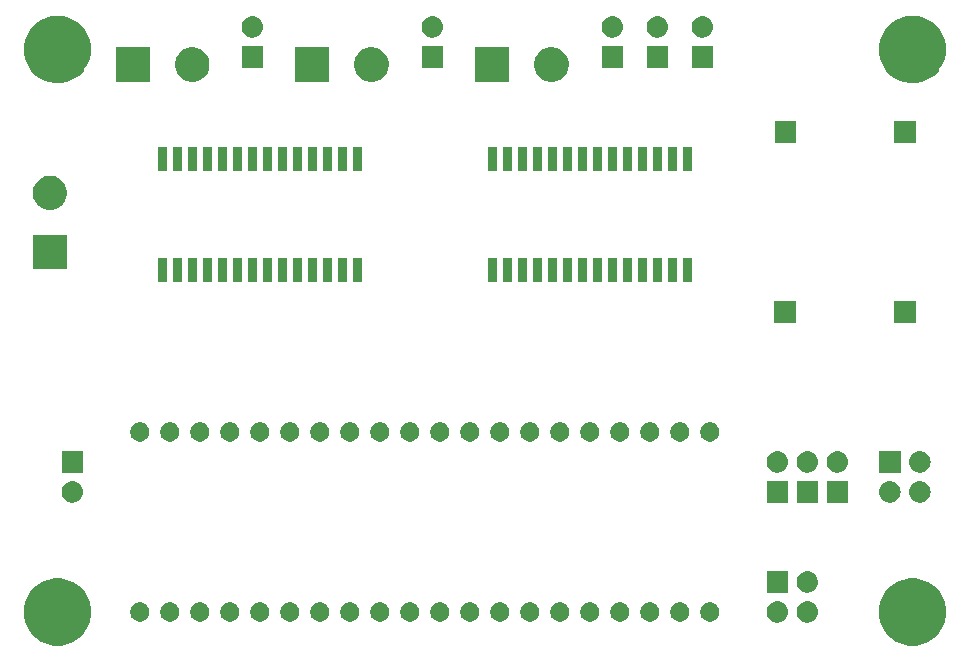
<source format=gbr>
G04 #@! TF.GenerationSoftware,KiCad,Pcbnew,(5.0.1-3-g963ef8bb5)*
G04 #@! TF.CreationDate,2019-10-11T12:22:28+03:00*
G04 #@! TF.ProjectId,thermocontrol,746865726D6F636F6E74726F6C2E6B69,rev?*
G04 #@! TF.SameCoordinates,Original*
G04 #@! TF.FileFunction,Soldermask,Top*
G04 #@! TF.FilePolarity,Negative*
%FSLAX46Y46*%
G04 Gerber Fmt 4.6, Leading zero omitted, Abs format (unit mm)*
G04 Created by KiCad (PCBNEW (5.0.1-3-g963ef8bb5)) date 2019 October 11, Friday 12:22:28*
%MOMM*%
%LPD*%
G01*
G04 APERTURE LIST*
%ADD10C,0.100000*%
G04 APERTURE END LIST*
D10*
G36*
X235506202Y-72768781D02*
X235781606Y-72823562D01*
X236300455Y-73038476D01*
X236544624Y-73201625D01*
X236767410Y-73350486D01*
X237164514Y-73747590D01*
X237164516Y-73747593D01*
X237476524Y-74214545D01*
X237691438Y-74733394D01*
X237801000Y-75284201D01*
X237801000Y-75845799D01*
X237691438Y-76396606D01*
X237476524Y-76915455D01*
X237166620Y-77379259D01*
X237164514Y-77382410D01*
X236767410Y-77779514D01*
X236767407Y-77779516D01*
X236300455Y-78091524D01*
X235781606Y-78306438D01*
X235506202Y-78361219D01*
X235230800Y-78416000D01*
X234669200Y-78416000D01*
X234393798Y-78361219D01*
X234118394Y-78306438D01*
X233599545Y-78091524D01*
X233132593Y-77779516D01*
X233132590Y-77779514D01*
X232735486Y-77382410D01*
X232733380Y-77379259D01*
X232423476Y-76915455D01*
X232208562Y-76396606D01*
X232099000Y-75845799D01*
X232099000Y-75284201D01*
X232208562Y-74733394D01*
X232423476Y-74214545D01*
X232735484Y-73747593D01*
X232735486Y-73747590D01*
X233132590Y-73350486D01*
X233355376Y-73201625D01*
X233599545Y-73038476D01*
X234118394Y-72823562D01*
X234393798Y-72768781D01*
X234669200Y-72714000D01*
X235230800Y-72714000D01*
X235506202Y-72768781D01*
X235506202Y-72768781D01*
G37*
G36*
X163116202Y-72768781D02*
X163391606Y-72823562D01*
X163910455Y-73038476D01*
X164154624Y-73201625D01*
X164377410Y-73350486D01*
X164774514Y-73747590D01*
X164774516Y-73747593D01*
X165086524Y-74214545D01*
X165301438Y-74733394D01*
X165411000Y-75284201D01*
X165411000Y-75845799D01*
X165301438Y-76396606D01*
X165086524Y-76915455D01*
X164776620Y-77379259D01*
X164774514Y-77382410D01*
X164377410Y-77779514D01*
X164377407Y-77779516D01*
X163910455Y-78091524D01*
X163391606Y-78306438D01*
X163116202Y-78361219D01*
X162840800Y-78416000D01*
X162279200Y-78416000D01*
X162003798Y-78361219D01*
X161728394Y-78306438D01*
X161209545Y-78091524D01*
X160742593Y-77779516D01*
X160742590Y-77779514D01*
X160345486Y-77382410D01*
X160343380Y-77379259D01*
X160033476Y-76915455D01*
X159818562Y-76396606D01*
X159709000Y-75845799D01*
X159709000Y-75284201D01*
X159818562Y-74733394D01*
X160033476Y-74214545D01*
X160345484Y-73747593D01*
X160345486Y-73747590D01*
X160742590Y-73350486D01*
X160965376Y-73201625D01*
X161209545Y-73038476D01*
X161728394Y-72823562D01*
X162003798Y-72768781D01*
X162279200Y-72714000D01*
X162840800Y-72714000D01*
X163116202Y-72768781D01*
X163116202Y-72768781D01*
G37*
G36*
X223630442Y-74670518D02*
X223696627Y-74677037D01*
X223809853Y-74711384D01*
X223866467Y-74728557D01*
X223968774Y-74783242D01*
X224022991Y-74812222D01*
X224058729Y-74841552D01*
X224160186Y-74924814D01*
X224243448Y-75026271D01*
X224272778Y-75062009D01*
X224272779Y-75062011D01*
X224356443Y-75218533D01*
X224356443Y-75218534D01*
X224407963Y-75388373D01*
X224425359Y-75565000D01*
X224407963Y-75741627D01*
X224373616Y-75854853D01*
X224356443Y-75911467D01*
X224282348Y-76050087D01*
X224272778Y-76067991D01*
X224243448Y-76103729D01*
X224160186Y-76205186D01*
X224062358Y-76285470D01*
X224022991Y-76317778D01*
X224022989Y-76317779D01*
X223866467Y-76401443D01*
X223809853Y-76418616D01*
X223696627Y-76452963D01*
X223630443Y-76459481D01*
X223564260Y-76466000D01*
X223475740Y-76466000D01*
X223409557Y-76459481D01*
X223343373Y-76452963D01*
X223230147Y-76418616D01*
X223173533Y-76401443D01*
X223017011Y-76317779D01*
X223017009Y-76317778D01*
X222977642Y-76285470D01*
X222879814Y-76205186D01*
X222796552Y-76103729D01*
X222767222Y-76067991D01*
X222757652Y-76050087D01*
X222683557Y-75911467D01*
X222666384Y-75854853D01*
X222632037Y-75741627D01*
X222614641Y-75565000D01*
X222632037Y-75388373D01*
X222683557Y-75218534D01*
X222683557Y-75218533D01*
X222767221Y-75062011D01*
X222767222Y-75062009D01*
X222796552Y-75026271D01*
X222879814Y-74924814D01*
X222981271Y-74841552D01*
X223017009Y-74812222D01*
X223071226Y-74783242D01*
X223173533Y-74728557D01*
X223230147Y-74711384D01*
X223343373Y-74677037D01*
X223409558Y-74670518D01*
X223475740Y-74664000D01*
X223564260Y-74664000D01*
X223630442Y-74670518D01*
X223630442Y-74670518D01*
G37*
G36*
X226170442Y-74670518D02*
X226236627Y-74677037D01*
X226349853Y-74711384D01*
X226406467Y-74728557D01*
X226508774Y-74783242D01*
X226562991Y-74812222D01*
X226598729Y-74841552D01*
X226700186Y-74924814D01*
X226783448Y-75026271D01*
X226812778Y-75062009D01*
X226812779Y-75062011D01*
X226896443Y-75218533D01*
X226896443Y-75218534D01*
X226947963Y-75388373D01*
X226965359Y-75565000D01*
X226947963Y-75741627D01*
X226913616Y-75854853D01*
X226896443Y-75911467D01*
X226822348Y-76050087D01*
X226812778Y-76067991D01*
X226783448Y-76103729D01*
X226700186Y-76205186D01*
X226602358Y-76285470D01*
X226562991Y-76317778D01*
X226562989Y-76317779D01*
X226406467Y-76401443D01*
X226349853Y-76418616D01*
X226236627Y-76452963D01*
X226170443Y-76459481D01*
X226104260Y-76466000D01*
X226015740Y-76466000D01*
X225949557Y-76459481D01*
X225883373Y-76452963D01*
X225770147Y-76418616D01*
X225713533Y-76401443D01*
X225557011Y-76317779D01*
X225557009Y-76317778D01*
X225517642Y-76285470D01*
X225419814Y-76205186D01*
X225336552Y-76103729D01*
X225307222Y-76067991D01*
X225297652Y-76050087D01*
X225223557Y-75911467D01*
X225206384Y-75854853D01*
X225172037Y-75741627D01*
X225154641Y-75565000D01*
X225172037Y-75388373D01*
X225223557Y-75218534D01*
X225223557Y-75218533D01*
X225307221Y-75062011D01*
X225307222Y-75062009D01*
X225336552Y-75026271D01*
X225419814Y-74924814D01*
X225521271Y-74841552D01*
X225557009Y-74812222D01*
X225611226Y-74783242D01*
X225713533Y-74728557D01*
X225770147Y-74711384D01*
X225883373Y-74677037D01*
X225949558Y-74670518D01*
X226015740Y-74664000D01*
X226104260Y-74664000D01*
X226170442Y-74670518D01*
X226170442Y-74670518D01*
G37*
G36*
X207882142Y-74783242D02*
X208030102Y-74844530D01*
X208097130Y-74889317D01*
X208163257Y-74933501D01*
X208276499Y-75046743D01*
X208320683Y-75112870D01*
X208365470Y-75179898D01*
X208426758Y-75327858D01*
X208458000Y-75484925D01*
X208458000Y-75645075D01*
X208426758Y-75802142D01*
X208408674Y-75845799D01*
X208365471Y-75950100D01*
X208276499Y-76083257D01*
X208163257Y-76196499D01*
X208097130Y-76240683D01*
X208030102Y-76285470D01*
X207882142Y-76346758D01*
X207725075Y-76378000D01*
X207564925Y-76378000D01*
X207407858Y-76346758D01*
X207259898Y-76285470D01*
X207192870Y-76240683D01*
X207126743Y-76196499D01*
X207013501Y-76083257D01*
X206924529Y-75950100D01*
X206881326Y-75845799D01*
X206863242Y-75802142D01*
X206832000Y-75645075D01*
X206832000Y-75484925D01*
X206863242Y-75327858D01*
X206924530Y-75179898D01*
X206969317Y-75112870D01*
X207013501Y-75046743D01*
X207126743Y-74933501D01*
X207192870Y-74889317D01*
X207259898Y-74844530D01*
X207407858Y-74783242D01*
X207564925Y-74752000D01*
X207725075Y-74752000D01*
X207882142Y-74783242D01*
X207882142Y-74783242D01*
G37*
G36*
X205342142Y-74783242D02*
X205490102Y-74844530D01*
X205557130Y-74889317D01*
X205623257Y-74933501D01*
X205736499Y-75046743D01*
X205780683Y-75112870D01*
X205825470Y-75179898D01*
X205886758Y-75327858D01*
X205918000Y-75484925D01*
X205918000Y-75645075D01*
X205886758Y-75802142D01*
X205868674Y-75845799D01*
X205825471Y-75950100D01*
X205736499Y-76083257D01*
X205623257Y-76196499D01*
X205557130Y-76240683D01*
X205490102Y-76285470D01*
X205342142Y-76346758D01*
X205185075Y-76378000D01*
X205024925Y-76378000D01*
X204867858Y-76346758D01*
X204719898Y-76285470D01*
X204652870Y-76240683D01*
X204586743Y-76196499D01*
X204473501Y-76083257D01*
X204384529Y-75950100D01*
X204341326Y-75845799D01*
X204323242Y-75802142D01*
X204292000Y-75645075D01*
X204292000Y-75484925D01*
X204323242Y-75327858D01*
X204384530Y-75179898D01*
X204429317Y-75112870D01*
X204473501Y-75046743D01*
X204586743Y-74933501D01*
X204652870Y-74889317D01*
X204719898Y-74844530D01*
X204867858Y-74783242D01*
X205024925Y-74752000D01*
X205185075Y-74752000D01*
X205342142Y-74783242D01*
X205342142Y-74783242D01*
G37*
G36*
X202802142Y-74783242D02*
X202950102Y-74844530D01*
X203017130Y-74889317D01*
X203083257Y-74933501D01*
X203196499Y-75046743D01*
X203240683Y-75112870D01*
X203285470Y-75179898D01*
X203346758Y-75327858D01*
X203378000Y-75484925D01*
X203378000Y-75645075D01*
X203346758Y-75802142D01*
X203328674Y-75845799D01*
X203285471Y-75950100D01*
X203196499Y-76083257D01*
X203083257Y-76196499D01*
X203017130Y-76240683D01*
X202950102Y-76285470D01*
X202802142Y-76346758D01*
X202645075Y-76378000D01*
X202484925Y-76378000D01*
X202327858Y-76346758D01*
X202179898Y-76285470D01*
X202112870Y-76240683D01*
X202046743Y-76196499D01*
X201933501Y-76083257D01*
X201844529Y-75950100D01*
X201801326Y-75845799D01*
X201783242Y-75802142D01*
X201752000Y-75645075D01*
X201752000Y-75484925D01*
X201783242Y-75327858D01*
X201844530Y-75179898D01*
X201889317Y-75112870D01*
X201933501Y-75046743D01*
X202046743Y-74933501D01*
X202112870Y-74889317D01*
X202179898Y-74844530D01*
X202327858Y-74783242D01*
X202484925Y-74752000D01*
X202645075Y-74752000D01*
X202802142Y-74783242D01*
X202802142Y-74783242D01*
G37*
G36*
X200262142Y-74783242D02*
X200410102Y-74844530D01*
X200477130Y-74889317D01*
X200543257Y-74933501D01*
X200656499Y-75046743D01*
X200700683Y-75112870D01*
X200745470Y-75179898D01*
X200806758Y-75327858D01*
X200838000Y-75484925D01*
X200838000Y-75645075D01*
X200806758Y-75802142D01*
X200788674Y-75845799D01*
X200745471Y-75950100D01*
X200656499Y-76083257D01*
X200543257Y-76196499D01*
X200477130Y-76240683D01*
X200410102Y-76285470D01*
X200262142Y-76346758D01*
X200105075Y-76378000D01*
X199944925Y-76378000D01*
X199787858Y-76346758D01*
X199639898Y-76285470D01*
X199572870Y-76240683D01*
X199506743Y-76196499D01*
X199393501Y-76083257D01*
X199304529Y-75950100D01*
X199261326Y-75845799D01*
X199243242Y-75802142D01*
X199212000Y-75645075D01*
X199212000Y-75484925D01*
X199243242Y-75327858D01*
X199304530Y-75179898D01*
X199349317Y-75112870D01*
X199393501Y-75046743D01*
X199506743Y-74933501D01*
X199572870Y-74889317D01*
X199639898Y-74844530D01*
X199787858Y-74783242D01*
X199944925Y-74752000D01*
X200105075Y-74752000D01*
X200262142Y-74783242D01*
X200262142Y-74783242D01*
G37*
G36*
X197722142Y-74783242D02*
X197870102Y-74844530D01*
X197937130Y-74889317D01*
X198003257Y-74933501D01*
X198116499Y-75046743D01*
X198160683Y-75112870D01*
X198205470Y-75179898D01*
X198266758Y-75327858D01*
X198298000Y-75484925D01*
X198298000Y-75645075D01*
X198266758Y-75802142D01*
X198248674Y-75845799D01*
X198205471Y-75950100D01*
X198116499Y-76083257D01*
X198003257Y-76196499D01*
X197937130Y-76240683D01*
X197870102Y-76285470D01*
X197722142Y-76346758D01*
X197565075Y-76378000D01*
X197404925Y-76378000D01*
X197247858Y-76346758D01*
X197099898Y-76285470D01*
X197032870Y-76240683D01*
X196966743Y-76196499D01*
X196853501Y-76083257D01*
X196764529Y-75950100D01*
X196721326Y-75845799D01*
X196703242Y-75802142D01*
X196672000Y-75645075D01*
X196672000Y-75484925D01*
X196703242Y-75327858D01*
X196764530Y-75179898D01*
X196809317Y-75112870D01*
X196853501Y-75046743D01*
X196966743Y-74933501D01*
X197032870Y-74889317D01*
X197099898Y-74844530D01*
X197247858Y-74783242D01*
X197404925Y-74752000D01*
X197565075Y-74752000D01*
X197722142Y-74783242D01*
X197722142Y-74783242D01*
G37*
G36*
X195182142Y-74783242D02*
X195330102Y-74844530D01*
X195397130Y-74889317D01*
X195463257Y-74933501D01*
X195576499Y-75046743D01*
X195620683Y-75112870D01*
X195665470Y-75179898D01*
X195726758Y-75327858D01*
X195758000Y-75484925D01*
X195758000Y-75645075D01*
X195726758Y-75802142D01*
X195708674Y-75845799D01*
X195665471Y-75950100D01*
X195576499Y-76083257D01*
X195463257Y-76196499D01*
X195397130Y-76240683D01*
X195330102Y-76285470D01*
X195182142Y-76346758D01*
X195025075Y-76378000D01*
X194864925Y-76378000D01*
X194707858Y-76346758D01*
X194559898Y-76285470D01*
X194492870Y-76240683D01*
X194426743Y-76196499D01*
X194313501Y-76083257D01*
X194224529Y-75950100D01*
X194181326Y-75845799D01*
X194163242Y-75802142D01*
X194132000Y-75645075D01*
X194132000Y-75484925D01*
X194163242Y-75327858D01*
X194224530Y-75179898D01*
X194269317Y-75112870D01*
X194313501Y-75046743D01*
X194426743Y-74933501D01*
X194492870Y-74889317D01*
X194559898Y-74844530D01*
X194707858Y-74783242D01*
X194864925Y-74752000D01*
X195025075Y-74752000D01*
X195182142Y-74783242D01*
X195182142Y-74783242D01*
G37*
G36*
X192642142Y-74783242D02*
X192790102Y-74844530D01*
X192857130Y-74889317D01*
X192923257Y-74933501D01*
X193036499Y-75046743D01*
X193080683Y-75112870D01*
X193125470Y-75179898D01*
X193186758Y-75327858D01*
X193218000Y-75484925D01*
X193218000Y-75645075D01*
X193186758Y-75802142D01*
X193168674Y-75845799D01*
X193125471Y-75950100D01*
X193036499Y-76083257D01*
X192923257Y-76196499D01*
X192857130Y-76240683D01*
X192790102Y-76285470D01*
X192642142Y-76346758D01*
X192485075Y-76378000D01*
X192324925Y-76378000D01*
X192167858Y-76346758D01*
X192019898Y-76285470D01*
X191952870Y-76240683D01*
X191886743Y-76196499D01*
X191773501Y-76083257D01*
X191684529Y-75950100D01*
X191641326Y-75845799D01*
X191623242Y-75802142D01*
X191592000Y-75645075D01*
X191592000Y-75484925D01*
X191623242Y-75327858D01*
X191684530Y-75179898D01*
X191729317Y-75112870D01*
X191773501Y-75046743D01*
X191886743Y-74933501D01*
X191952870Y-74889317D01*
X192019898Y-74844530D01*
X192167858Y-74783242D01*
X192324925Y-74752000D01*
X192485075Y-74752000D01*
X192642142Y-74783242D01*
X192642142Y-74783242D01*
G37*
G36*
X190102142Y-74783242D02*
X190250102Y-74844530D01*
X190317130Y-74889317D01*
X190383257Y-74933501D01*
X190496499Y-75046743D01*
X190540683Y-75112870D01*
X190585470Y-75179898D01*
X190646758Y-75327858D01*
X190678000Y-75484925D01*
X190678000Y-75645075D01*
X190646758Y-75802142D01*
X190628674Y-75845799D01*
X190585471Y-75950100D01*
X190496499Y-76083257D01*
X190383257Y-76196499D01*
X190317130Y-76240683D01*
X190250102Y-76285470D01*
X190102142Y-76346758D01*
X189945075Y-76378000D01*
X189784925Y-76378000D01*
X189627858Y-76346758D01*
X189479898Y-76285470D01*
X189412870Y-76240683D01*
X189346743Y-76196499D01*
X189233501Y-76083257D01*
X189144529Y-75950100D01*
X189101326Y-75845799D01*
X189083242Y-75802142D01*
X189052000Y-75645075D01*
X189052000Y-75484925D01*
X189083242Y-75327858D01*
X189144530Y-75179898D01*
X189189317Y-75112870D01*
X189233501Y-75046743D01*
X189346743Y-74933501D01*
X189412870Y-74889317D01*
X189479898Y-74844530D01*
X189627858Y-74783242D01*
X189784925Y-74752000D01*
X189945075Y-74752000D01*
X190102142Y-74783242D01*
X190102142Y-74783242D01*
G37*
G36*
X187562142Y-74783242D02*
X187710102Y-74844530D01*
X187777130Y-74889317D01*
X187843257Y-74933501D01*
X187956499Y-75046743D01*
X188000683Y-75112870D01*
X188045470Y-75179898D01*
X188106758Y-75327858D01*
X188138000Y-75484925D01*
X188138000Y-75645075D01*
X188106758Y-75802142D01*
X188088674Y-75845799D01*
X188045471Y-75950100D01*
X187956499Y-76083257D01*
X187843257Y-76196499D01*
X187777130Y-76240683D01*
X187710102Y-76285470D01*
X187562142Y-76346758D01*
X187405075Y-76378000D01*
X187244925Y-76378000D01*
X187087858Y-76346758D01*
X186939898Y-76285470D01*
X186872870Y-76240683D01*
X186806743Y-76196499D01*
X186693501Y-76083257D01*
X186604529Y-75950100D01*
X186561326Y-75845799D01*
X186543242Y-75802142D01*
X186512000Y-75645075D01*
X186512000Y-75484925D01*
X186543242Y-75327858D01*
X186604530Y-75179898D01*
X186649317Y-75112870D01*
X186693501Y-75046743D01*
X186806743Y-74933501D01*
X186872870Y-74889317D01*
X186939898Y-74844530D01*
X187087858Y-74783242D01*
X187244925Y-74752000D01*
X187405075Y-74752000D01*
X187562142Y-74783242D01*
X187562142Y-74783242D01*
G37*
G36*
X185022142Y-74783242D02*
X185170102Y-74844530D01*
X185237130Y-74889317D01*
X185303257Y-74933501D01*
X185416499Y-75046743D01*
X185460683Y-75112870D01*
X185505470Y-75179898D01*
X185566758Y-75327858D01*
X185598000Y-75484925D01*
X185598000Y-75645075D01*
X185566758Y-75802142D01*
X185548674Y-75845799D01*
X185505471Y-75950100D01*
X185416499Y-76083257D01*
X185303257Y-76196499D01*
X185237130Y-76240683D01*
X185170102Y-76285470D01*
X185022142Y-76346758D01*
X184865075Y-76378000D01*
X184704925Y-76378000D01*
X184547858Y-76346758D01*
X184399898Y-76285470D01*
X184332870Y-76240683D01*
X184266743Y-76196499D01*
X184153501Y-76083257D01*
X184064529Y-75950100D01*
X184021326Y-75845799D01*
X184003242Y-75802142D01*
X183972000Y-75645075D01*
X183972000Y-75484925D01*
X184003242Y-75327858D01*
X184064530Y-75179898D01*
X184109317Y-75112870D01*
X184153501Y-75046743D01*
X184266743Y-74933501D01*
X184332870Y-74889317D01*
X184399898Y-74844530D01*
X184547858Y-74783242D01*
X184704925Y-74752000D01*
X184865075Y-74752000D01*
X185022142Y-74783242D01*
X185022142Y-74783242D01*
G37*
G36*
X182482142Y-74783242D02*
X182630102Y-74844530D01*
X182697130Y-74889317D01*
X182763257Y-74933501D01*
X182876499Y-75046743D01*
X182920683Y-75112870D01*
X182965470Y-75179898D01*
X183026758Y-75327858D01*
X183058000Y-75484925D01*
X183058000Y-75645075D01*
X183026758Y-75802142D01*
X183008674Y-75845799D01*
X182965471Y-75950100D01*
X182876499Y-76083257D01*
X182763257Y-76196499D01*
X182697130Y-76240683D01*
X182630102Y-76285470D01*
X182482142Y-76346758D01*
X182325075Y-76378000D01*
X182164925Y-76378000D01*
X182007858Y-76346758D01*
X181859898Y-76285470D01*
X181792870Y-76240683D01*
X181726743Y-76196499D01*
X181613501Y-76083257D01*
X181524529Y-75950100D01*
X181481326Y-75845799D01*
X181463242Y-75802142D01*
X181432000Y-75645075D01*
X181432000Y-75484925D01*
X181463242Y-75327858D01*
X181524530Y-75179898D01*
X181569317Y-75112870D01*
X181613501Y-75046743D01*
X181726743Y-74933501D01*
X181792870Y-74889317D01*
X181859898Y-74844530D01*
X182007858Y-74783242D01*
X182164925Y-74752000D01*
X182325075Y-74752000D01*
X182482142Y-74783242D01*
X182482142Y-74783242D01*
G37*
G36*
X179942142Y-74783242D02*
X180090102Y-74844530D01*
X180157130Y-74889317D01*
X180223257Y-74933501D01*
X180336499Y-75046743D01*
X180380683Y-75112870D01*
X180425470Y-75179898D01*
X180486758Y-75327858D01*
X180518000Y-75484925D01*
X180518000Y-75645075D01*
X180486758Y-75802142D01*
X180468674Y-75845799D01*
X180425471Y-75950100D01*
X180336499Y-76083257D01*
X180223257Y-76196499D01*
X180157130Y-76240683D01*
X180090102Y-76285470D01*
X179942142Y-76346758D01*
X179785075Y-76378000D01*
X179624925Y-76378000D01*
X179467858Y-76346758D01*
X179319898Y-76285470D01*
X179252870Y-76240683D01*
X179186743Y-76196499D01*
X179073501Y-76083257D01*
X178984529Y-75950100D01*
X178941326Y-75845799D01*
X178923242Y-75802142D01*
X178892000Y-75645075D01*
X178892000Y-75484925D01*
X178923242Y-75327858D01*
X178984530Y-75179898D01*
X179029317Y-75112870D01*
X179073501Y-75046743D01*
X179186743Y-74933501D01*
X179252870Y-74889317D01*
X179319898Y-74844530D01*
X179467858Y-74783242D01*
X179624925Y-74752000D01*
X179785075Y-74752000D01*
X179942142Y-74783242D01*
X179942142Y-74783242D01*
G37*
G36*
X177402142Y-74783242D02*
X177550102Y-74844530D01*
X177617130Y-74889317D01*
X177683257Y-74933501D01*
X177796499Y-75046743D01*
X177840683Y-75112870D01*
X177885470Y-75179898D01*
X177946758Y-75327858D01*
X177978000Y-75484925D01*
X177978000Y-75645075D01*
X177946758Y-75802142D01*
X177928674Y-75845799D01*
X177885471Y-75950100D01*
X177796499Y-76083257D01*
X177683257Y-76196499D01*
X177617130Y-76240683D01*
X177550102Y-76285470D01*
X177402142Y-76346758D01*
X177245075Y-76378000D01*
X177084925Y-76378000D01*
X176927858Y-76346758D01*
X176779898Y-76285470D01*
X176712870Y-76240683D01*
X176646743Y-76196499D01*
X176533501Y-76083257D01*
X176444529Y-75950100D01*
X176401326Y-75845799D01*
X176383242Y-75802142D01*
X176352000Y-75645075D01*
X176352000Y-75484925D01*
X176383242Y-75327858D01*
X176444530Y-75179898D01*
X176489317Y-75112870D01*
X176533501Y-75046743D01*
X176646743Y-74933501D01*
X176712870Y-74889317D01*
X176779898Y-74844530D01*
X176927858Y-74783242D01*
X177084925Y-74752000D01*
X177245075Y-74752000D01*
X177402142Y-74783242D01*
X177402142Y-74783242D01*
G37*
G36*
X174862142Y-74783242D02*
X175010102Y-74844530D01*
X175077130Y-74889317D01*
X175143257Y-74933501D01*
X175256499Y-75046743D01*
X175300683Y-75112870D01*
X175345470Y-75179898D01*
X175406758Y-75327858D01*
X175438000Y-75484925D01*
X175438000Y-75645075D01*
X175406758Y-75802142D01*
X175388674Y-75845799D01*
X175345471Y-75950100D01*
X175256499Y-76083257D01*
X175143257Y-76196499D01*
X175077130Y-76240683D01*
X175010102Y-76285470D01*
X174862142Y-76346758D01*
X174705075Y-76378000D01*
X174544925Y-76378000D01*
X174387858Y-76346758D01*
X174239898Y-76285470D01*
X174172870Y-76240683D01*
X174106743Y-76196499D01*
X173993501Y-76083257D01*
X173904529Y-75950100D01*
X173861326Y-75845799D01*
X173843242Y-75802142D01*
X173812000Y-75645075D01*
X173812000Y-75484925D01*
X173843242Y-75327858D01*
X173904530Y-75179898D01*
X173949317Y-75112870D01*
X173993501Y-75046743D01*
X174106743Y-74933501D01*
X174172870Y-74889317D01*
X174239898Y-74844530D01*
X174387858Y-74783242D01*
X174544925Y-74752000D01*
X174705075Y-74752000D01*
X174862142Y-74783242D01*
X174862142Y-74783242D01*
G37*
G36*
X172322142Y-74783242D02*
X172470102Y-74844530D01*
X172537130Y-74889317D01*
X172603257Y-74933501D01*
X172716499Y-75046743D01*
X172760683Y-75112870D01*
X172805470Y-75179898D01*
X172866758Y-75327858D01*
X172898000Y-75484925D01*
X172898000Y-75645075D01*
X172866758Y-75802142D01*
X172848674Y-75845799D01*
X172805471Y-75950100D01*
X172716499Y-76083257D01*
X172603257Y-76196499D01*
X172537130Y-76240683D01*
X172470102Y-76285470D01*
X172322142Y-76346758D01*
X172165075Y-76378000D01*
X172004925Y-76378000D01*
X171847858Y-76346758D01*
X171699898Y-76285470D01*
X171632870Y-76240683D01*
X171566743Y-76196499D01*
X171453501Y-76083257D01*
X171364529Y-75950100D01*
X171321326Y-75845799D01*
X171303242Y-75802142D01*
X171272000Y-75645075D01*
X171272000Y-75484925D01*
X171303242Y-75327858D01*
X171364530Y-75179898D01*
X171409317Y-75112870D01*
X171453501Y-75046743D01*
X171566743Y-74933501D01*
X171632870Y-74889317D01*
X171699898Y-74844530D01*
X171847858Y-74783242D01*
X172004925Y-74752000D01*
X172165075Y-74752000D01*
X172322142Y-74783242D01*
X172322142Y-74783242D01*
G37*
G36*
X169782142Y-74783242D02*
X169930102Y-74844530D01*
X169997130Y-74889317D01*
X170063257Y-74933501D01*
X170176499Y-75046743D01*
X170220683Y-75112870D01*
X170265470Y-75179898D01*
X170326758Y-75327858D01*
X170358000Y-75484925D01*
X170358000Y-75645075D01*
X170326758Y-75802142D01*
X170308674Y-75845799D01*
X170265471Y-75950100D01*
X170176499Y-76083257D01*
X170063257Y-76196499D01*
X169997130Y-76240683D01*
X169930102Y-76285470D01*
X169782142Y-76346758D01*
X169625075Y-76378000D01*
X169464925Y-76378000D01*
X169307858Y-76346758D01*
X169159898Y-76285470D01*
X169092870Y-76240683D01*
X169026743Y-76196499D01*
X168913501Y-76083257D01*
X168824529Y-75950100D01*
X168781326Y-75845799D01*
X168763242Y-75802142D01*
X168732000Y-75645075D01*
X168732000Y-75484925D01*
X168763242Y-75327858D01*
X168824530Y-75179898D01*
X168869317Y-75112870D01*
X168913501Y-75046743D01*
X169026743Y-74933501D01*
X169092870Y-74889317D01*
X169159898Y-74844530D01*
X169307858Y-74783242D01*
X169464925Y-74752000D01*
X169625075Y-74752000D01*
X169782142Y-74783242D01*
X169782142Y-74783242D01*
G37*
G36*
X212962142Y-74783242D02*
X213110102Y-74844530D01*
X213177130Y-74889317D01*
X213243257Y-74933501D01*
X213356499Y-75046743D01*
X213400683Y-75112870D01*
X213445470Y-75179898D01*
X213506758Y-75327858D01*
X213538000Y-75484925D01*
X213538000Y-75645075D01*
X213506758Y-75802142D01*
X213488674Y-75845799D01*
X213445471Y-75950100D01*
X213356499Y-76083257D01*
X213243257Y-76196499D01*
X213177130Y-76240683D01*
X213110102Y-76285470D01*
X212962142Y-76346758D01*
X212805075Y-76378000D01*
X212644925Y-76378000D01*
X212487858Y-76346758D01*
X212339898Y-76285470D01*
X212272870Y-76240683D01*
X212206743Y-76196499D01*
X212093501Y-76083257D01*
X212004529Y-75950100D01*
X211961326Y-75845799D01*
X211943242Y-75802142D01*
X211912000Y-75645075D01*
X211912000Y-75484925D01*
X211943242Y-75327858D01*
X212004530Y-75179898D01*
X212049317Y-75112870D01*
X212093501Y-75046743D01*
X212206743Y-74933501D01*
X212272870Y-74889317D01*
X212339898Y-74844530D01*
X212487858Y-74783242D01*
X212644925Y-74752000D01*
X212805075Y-74752000D01*
X212962142Y-74783242D01*
X212962142Y-74783242D01*
G37*
G36*
X218042142Y-74783242D02*
X218190102Y-74844530D01*
X218257130Y-74889317D01*
X218323257Y-74933501D01*
X218436499Y-75046743D01*
X218480683Y-75112870D01*
X218525470Y-75179898D01*
X218586758Y-75327858D01*
X218618000Y-75484925D01*
X218618000Y-75645075D01*
X218586758Y-75802142D01*
X218568674Y-75845799D01*
X218525471Y-75950100D01*
X218436499Y-76083257D01*
X218323257Y-76196499D01*
X218257130Y-76240683D01*
X218190102Y-76285470D01*
X218042142Y-76346758D01*
X217885075Y-76378000D01*
X217724925Y-76378000D01*
X217567858Y-76346758D01*
X217419898Y-76285470D01*
X217352870Y-76240683D01*
X217286743Y-76196499D01*
X217173501Y-76083257D01*
X217084529Y-75950100D01*
X217041326Y-75845799D01*
X217023242Y-75802142D01*
X216992000Y-75645075D01*
X216992000Y-75484925D01*
X217023242Y-75327858D01*
X217084530Y-75179898D01*
X217129317Y-75112870D01*
X217173501Y-75046743D01*
X217286743Y-74933501D01*
X217352870Y-74889317D01*
X217419898Y-74844530D01*
X217567858Y-74783242D01*
X217724925Y-74752000D01*
X217885075Y-74752000D01*
X218042142Y-74783242D01*
X218042142Y-74783242D01*
G37*
G36*
X215502142Y-74783242D02*
X215650102Y-74844530D01*
X215717130Y-74889317D01*
X215783257Y-74933501D01*
X215896499Y-75046743D01*
X215940683Y-75112870D01*
X215985470Y-75179898D01*
X216046758Y-75327858D01*
X216078000Y-75484925D01*
X216078000Y-75645075D01*
X216046758Y-75802142D01*
X216028674Y-75845799D01*
X215985471Y-75950100D01*
X215896499Y-76083257D01*
X215783257Y-76196499D01*
X215717130Y-76240683D01*
X215650102Y-76285470D01*
X215502142Y-76346758D01*
X215345075Y-76378000D01*
X215184925Y-76378000D01*
X215027858Y-76346758D01*
X214879898Y-76285470D01*
X214812870Y-76240683D01*
X214746743Y-76196499D01*
X214633501Y-76083257D01*
X214544529Y-75950100D01*
X214501326Y-75845799D01*
X214483242Y-75802142D01*
X214452000Y-75645075D01*
X214452000Y-75484925D01*
X214483242Y-75327858D01*
X214544530Y-75179898D01*
X214589317Y-75112870D01*
X214633501Y-75046743D01*
X214746743Y-74933501D01*
X214812870Y-74889317D01*
X214879898Y-74844530D01*
X215027858Y-74783242D01*
X215184925Y-74752000D01*
X215345075Y-74752000D01*
X215502142Y-74783242D01*
X215502142Y-74783242D01*
G37*
G36*
X210422142Y-74783242D02*
X210570102Y-74844530D01*
X210637130Y-74889317D01*
X210703257Y-74933501D01*
X210816499Y-75046743D01*
X210860683Y-75112870D01*
X210905470Y-75179898D01*
X210966758Y-75327858D01*
X210998000Y-75484925D01*
X210998000Y-75645075D01*
X210966758Y-75802142D01*
X210948674Y-75845799D01*
X210905471Y-75950100D01*
X210816499Y-76083257D01*
X210703257Y-76196499D01*
X210637130Y-76240683D01*
X210570102Y-76285470D01*
X210422142Y-76346758D01*
X210265075Y-76378000D01*
X210104925Y-76378000D01*
X209947858Y-76346758D01*
X209799898Y-76285470D01*
X209732870Y-76240683D01*
X209666743Y-76196499D01*
X209553501Y-76083257D01*
X209464529Y-75950100D01*
X209421326Y-75845799D01*
X209403242Y-75802142D01*
X209372000Y-75645075D01*
X209372000Y-75484925D01*
X209403242Y-75327858D01*
X209464530Y-75179898D01*
X209509317Y-75112870D01*
X209553501Y-75046743D01*
X209666743Y-74933501D01*
X209732870Y-74889317D01*
X209799898Y-74844530D01*
X209947858Y-74783242D01*
X210104925Y-74752000D01*
X210265075Y-74752000D01*
X210422142Y-74783242D01*
X210422142Y-74783242D01*
G37*
G36*
X224421000Y-73926000D02*
X222619000Y-73926000D01*
X222619000Y-72124000D01*
X224421000Y-72124000D01*
X224421000Y-73926000D01*
X224421000Y-73926000D01*
G37*
G36*
X226170443Y-72130519D02*
X226236627Y-72137037D01*
X226349853Y-72171384D01*
X226406467Y-72188557D01*
X226545087Y-72262652D01*
X226562991Y-72272222D01*
X226598729Y-72301552D01*
X226700186Y-72384814D01*
X226783448Y-72486271D01*
X226812778Y-72522009D01*
X226812779Y-72522011D01*
X226896443Y-72678533D01*
X226913616Y-72735147D01*
X226947963Y-72848373D01*
X226965359Y-73025000D01*
X226947963Y-73201627D01*
X226913616Y-73314853D01*
X226896443Y-73371467D01*
X226822348Y-73510087D01*
X226812778Y-73527991D01*
X226783448Y-73563729D01*
X226700186Y-73665186D01*
X226599775Y-73747590D01*
X226562991Y-73777778D01*
X226562989Y-73777779D01*
X226406467Y-73861443D01*
X226349853Y-73878616D01*
X226236627Y-73912963D01*
X226170443Y-73919481D01*
X226104260Y-73926000D01*
X226015740Y-73926000D01*
X225949557Y-73919481D01*
X225883373Y-73912963D01*
X225770147Y-73878616D01*
X225713533Y-73861443D01*
X225557011Y-73777779D01*
X225557009Y-73777778D01*
X225520225Y-73747590D01*
X225419814Y-73665186D01*
X225336552Y-73563729D01*
X225307222Y-73527991D01*
X225297652Y-73510087D01*
X225223557Y-73371467D01*
X225206384Y-73314853D01*
X225172037Y-73201627D01*
X225154641Y-73025000D01*
X225172037Y-72848373D01*
X225206384Y-72735147D01*
X225223557Y-72678533D01*
X225307221Y-72522011D01*
X225307222Y-72522009D01*
X225336552Y-72486271D01*
X225419814Y-72384814D01*
X225521271Y-72301552D01*
X225557009Y-72272222D01*
X225574913Y-72262652D01*
X225713533Y-72188557D01*
X225770147Y-72171384D01*
X225883373Y-72137037D01*
X225949557Y-72130519D01*
X226015740Y-72124000D01*
X226104260Y-72124000D01*
X226170443Y-72130519D01*
X226170443Y-72130519D01*
G37*
G36*
X233155442Y-64510518D02*
X233221627Y-64517037D01*
X233334853Y-64551384D01*
X233391467Y-64568557D01*
X233530087Y-64642652D01*
X233547991Y-64652222D01*
X233583729Y-64681552D01*
X233685186Y-64764814D01*
X233768448Y-64866271D01*
X233797778Y-64902009D01*
X233797779Y-64902011D01*
X233881443Y-65058533D01*
X233881443Y-65058534D01*
X233932963Y-65228373D01*
X233950359Y-65405000D01*
X233932963Y-65581627D01*
X233898616Y-65694853D01*
X233881443Y-65751467D01*
X233807348Y-65890087D01*
X233797778Y-65907991D01*
X233768448Y-65943729D01*
X233685186Y-66045186D01*
X233583729Y-66128448D01*
X233547991Y-66157778D01*
X233547989Y-66157779D01*
X233391467Y-66241443D01*
X233334853Y-66258616D01*
X233221627Y-66292963D01*
X233155443Y-66299481D01*
X233089260Y-66306000D01*
X233000740Y-66306000D01*
X232934557Y-66299481D01*
X232868373Y-66292963D01*
X232755147Y-66258616D01*
X232698533Y-66241443D01*
X232542011Y-66157779D01*
X232542009Y-66157778D01*
X232506271Y-66128448D01*
X232404814Y-66045186D01*
X232321552Y-65943729D01*
X232292222Y-65907991D01*
X232282652Y-65890087D01*
X232208557Y-65751467D01*
X232191384Y-65694853D01*
X232157037Y-65581627D01*
X232139641Y-65405000D01*
X232157037Y-65228373D01*
X232208557Y-65058534D01*
X232208557Y-65058533D01*
X232292221Y-64902011D01*
X232292222Y-64902009D01*
X232321552Y-64866271D01*
X232404814Y-64764814D01*
X232506271Y-64681552D01*
X232542009Y-64652222D01*
X232559913Y-64642652D01*
X232698533Y-64568557D01*
X232755147Y-64551384D01*
X232868373Y-64517037D01*
X232934558Y-64510518D01*
X233000740Y-64504000D01*
X233089260Y-64504000D01*
X233155442Y-64510518D01*
X233155442Y-64510518D01*
G37*
G36*
X235695442Y-64510518D02*
X235761627Y-64517037D01*
X235874853Y-64551384D01*
X235931467Y-64568557D01*
X236070087Y-64642652D01*
X236087991Y-64652222D01*
X236123729Y-64681552D01*
X236225186Y-64764814D01*
X236308448Y-64866271D01*
X236337778Y-64902009D01*
X236337779Y-64902011D01*
X236421443Y-65058533D01*
X236421443Y-65058534D01*
X236472963Y-65228373D01*
X236490359Y-65405000D01*
X236472963Y-65581627D01*
X236438616Y-65694853D01*
X236421443Y-65751467D01*
X236347348Y-65890087D01*
X236337778Y-65907991D01*
X236308448Y-65943729D01*
X236225186Y-66045186D01*
X236123729Y-66128448D01*
X236087991Y-66157778D01*
X236087989Y-66157779D01*
X235931467Y-66241443D01*
X235874853Y-66258616D01*
X235761627Y-66292963D01*
X235695443Y-66299481D01*
X235629260Y-66306000D01*
X235540740Y-66306000D01*
X235474557Y-66299481D01*
X235408373Y-66292963D01*
X235295147Y-66258616D01*
X235238533Y-66241443D01*
X235082011Y-66157779D01*
X235082009Y-66157778D01*
X235046271Y-66128448D01*
X234944814Y-66045186D01*
X234861552Y-65943729D01*
X234832222Y-65907991D01*
X234822652Y-65890087D01*
X234748557Y-65751467D01*
X234731384Y-65694853D01*
X234697037Y-65581627D01*
X234679641Y-65405000D01*
X234697037Y-65228373D01*
X234748557Y-65058534D01*
X234748557Y-65058533D01*
X234832221Y-64902011D01*
X234832222Y-64902009D01*
X234861552Y-64866271D01*
X234944814Y-64764814D01*
X235046271Y-64681552D01*
X235082009Y-64652222D01*
X235099913Y-64642652D01*
X235238533Y-64568557D01*
X235295147Y-64551384D01*
X235408373Y-64517037D01*
X235474558Y-64510518D01*
X235540740Y-64504000D01*
X235629260Y-64504000D01*
X235695442Y-64510518D01*
X235695442Y-64510518D01*
G37*
G36*
X224421000Y-66306000D02*
X222619000Y-66306000D01*
X222619000Y-64504000D01*
X224421000Y-64504000D01*
X224421000Y-66306000D01*
X224421000Y-66306000D01*
G37*
G36*
X226961000Y-66306000D02*
X225159000Y-66306000D01*
X225159000Y-64504000D01*
X226961000Y-64504000D01*
X226961000Y-66306000D01*
X226961000Y-66306000D01*
G37*
G36*
X229501000Y-66306000D02*
X227699000Y-66306000D01*
X227699000Y-64504000D01*
X229501000Y-64504000D01*
X229501000Y-66306000D01*
X229501000Y-66306000D01*
G37*
G36*
X163940442Y-64510518D02*
X164006627Y-64517037D01*
X164119853Y-64551384D01*
X164176467Y-64568557D01*
X164315087Y-64642652D01*
X164332991Y-64652222D01*
X164368729Y-64681552D01*
X164470186Y-64764814D01*
X164553448Y-64866271D01*
X164582778Y-64902009D01*
X164582779Y-64902011D01*
X164666443Y-65058533D01*
X164666443Y-65058534D01*
X164717963Y-65228373D01*
X164735359Y-65405000D01*
X164717963Y-65581627D01*
X164683616Y-65694853D01*
X164666443Y-65751467D01*
X164592348Y-65890087D01*
X164582778Y-65907991D01*
X164553448Y-65943729D01*
X164470186Y-66045186D01*
X164368729Y-66128448D01*
X164332991Y-66157778D01*
X164332989Y-66157779D01*
X164176467Y-66241443D01*
X164119853Y-66258616D01*
X164006627Y-66292963D01*
X163940443Y-66299481D01*
X163874260Y-66306000D01*
X163785740Y-66306000D01*
X163719557Y-66299481D01*
X163653373Y-66292963D01*
X163540147Y-66258616D01*
X163483533Y-66241443D01*
X163327011Y-66157779D01*
X163327009Y-66157778D01*
X163291271Y-66128448D01*
X163189814Y-66045186D01*
X163106552Y-65943729D01*
X163077222Y-65907991D01*
X163067652Y-65890087D01*
X162993557Y-65751467D01*
X162976384Y-65694853D01*
X162942037Y-65581627D01*
X162924641Y-65405000D01*
X162942037Y-65228373D01*
X162993557Y-65058534D01*
X162993557Y-65058533D01*
X163077221Y-64902011D01*
X163077222Y-64902009D01*
X163106552Y-64866271D01*
X163189814Y-64764814D01*
X163291271Y-64681552D01*
X163327009Y-64652222D01*
X163344913Y-64642652D01*
X163483533Y-64568557D01*
X163540147Y-64551384D01*
X163653373Y-64517037D01*
X163719558Y-64510518D01*
X163785740Y-64504000D01*
X163874260Y-64504000D01*
X163940442Y-64510518D01*
X163940442Y-64510518D01*
G37*
G36*
X164731000Y-63766000D02*
X162929000Y-63766000D01*
X162929000Y-61964000D01*
X164731000Y-61964000D01*
X164731000Y-63766000D01*
X164731000Y-63766000D01*
G37*
G36*
X233946000Y-63766000D02*
X232144000Y-63766000D01*
X232144000Y-61964000D01*
X233946000Y-61964000D01*
X233946000Y-63766000D01*
X233946000Y-63766000D01*
G37*
G36*
X235695443Y-61970519D02*
X235761627Y-61977037D01*
X235874853Y-62011384D01*
X235931467Y-62028557D01*
X236070087Y-62102652D01*
X236087991Y-62112222D01*
X236123729Y-62141552D01*
X236225186Y-62224814D01*
X236308448Y-62326271D01*
X236337778Y-62362009D01*
X236337779Y-62362011D01*
X236421443Y-62518533D01*
X236421443Y-62518534D01*
X236472963Y-62688373D01*
X236490359Y-62865000D01*
X236472963Y-63041627D01*
X236438616Y-63154853D01*
X236421443Y-63211467D01*
X236347348Y-63350087D01*
X236337778Y-63367991D01*
X236308448Y-63403729D01*
X236225186Y-63505186D01*
X236123729Y-63588448D01*
X236087991Y-63617778D01*
X236087989Y-63617779D01*
X235931467Y-63701443D01*
X235874853Y-63718616D01*
X235761627Y-63752963D01*
X235695442Y-63759482D01*
X235629260Y-63766000D01*
X235540740Y-63766000D01*
X235474558Y-63759482D01*
X235408373Y-63752963D01*
X235295147Y-63718616D01*
X235238533Y-63701443D01*
X235082011Y-63617779D01*
X235082009Y-63617778D01*
X235046271Y-63588448D01*
X234944814Y-63505186D01*
X234861552Y-63403729D01*
X234832222Y-63367991D01*
X234822652Y-63350087D01*
X234748557Y-63211467D01*
X234731384Y-63154853D01*
X234697037Y-63041627D01*
X234679641Y-62865000D01*
X234697037Y-62688373D01*
X234748557Y-62518534D01*
X234748557Y-62518533D01*
X234832221Y-62362011D01*
X234832222Y-62362009D01*
X234861552Y-62326271D01*
X234944814Y-62224814D01*
X235046271Y-62141552D01*
X235082009Y-62112222D01*
X235099913Y-62102652D01*
X235238533Y-62028557D01*
X235295147Y-62011384D01*
X235408373Y-61977037D01*
X235474557Y-61970519D01*
X235540740Y-61964000D01*
X235629260Y-61964000D01*
X235695443Y-61970519D01*
X235695443Y-61970519D01*
G37*
G36*
X228710443Y-61970519D02*
X228776627Y-61977037D01*
X228889853Y-62011384D01*
X228946467Y-62028557D01*
X229085087Y-62102652D01*
X229102991Y-62112222D01*
X229138729Y-62141552D01*
X229240186Y-62224814D01*
X229323448Y-62326271D01*
X229352778Y-62362009D01*
X229352779Y-62362011D01*
X229436443Y-62518533D01*
X229436443Y-62518534D01*
X229487963Y-62688373D01*
X229505359Y-62865000D01*
X229487963Y-63041627D01*
X229453616Y-63154853D01*
X229436443Y-63211467D01*
X229362348Y-63350087D01*
X229352778Y-63367991D01*
X229323448Y-63403729D01*
X229240186Y-63505186D01*
X229138729Y-63588448D01*
X229102991Y-63617778D01*
X229102989Y-63617779D01*
X228946467Y-63701443D01*
X228889853Y-63718616D01*
X228776627Y-63752963D01*
X228710442Y-63759482D01*
X228644260Y-63766000D01*
X228555740Y-63766000D01*
X228489558Y-63759482D01*
X228423373Y-63752963D01*
X228310147Y-63718616D01*
X228253533Y-63701443D01*
X228097011Y-63617779D01*
X228097009Y-63617778D01*
X228061271Y-63588448D01*
X227959814Y-63505186D01*
X227876552Y-63403729D01*
X227847222Y-63367991D01*
X227837652Y-63350087D01*
X227763557Y-63211467D01*
X227746384Y-63154853D01*
X227712037Y-63041627D01*
X227694641Y-62865000D01*
X227712037Y-62688373D01*
X227763557Y-62518534D01*
X227763557Y-62518533D01*
X227847221Y-62362011D01*
X227847222Y-62362009D01*
X227876552Y-62326271D01*
X227959814Y-62224814D01*
X228061271Y-62141552D01*
X228097009Y-62112222D01*
X228114913Y-62102652D01*
X228253533Y-62028557D01*
X228310147Y-62011384D01*
X228423373Y-61977037D01*
X228489557Y-61970519D01*
X228555740Y-61964000D01*
X228644260Y-61964000D01*
X228710443Y-61970519D01*
X228710443Y-61970519D01*
G37*
G36*
X226170443Y-61970519D02*
X226236627Y-61977037D01*
X226349853Y-62011384D01*
X226406467Y-62028557D01*
X226545087Y-62102652D01*
X226562991Y-62112222D01*
X226598729Y-62141552D01*
X226700186Y-62224814D01*
X226783448Y-62326271D01*
X226812778Y-62362009D01*
X226812779Y-62362011D01*
X226896443Y-62518533D01*
X226896443Y-62518534D01*
X226947963Y-62688373D01*
X226965359Y-62865000D01*
X226947963Y-63041627D01*
X226913616Y-63154853D01*
X226896443Y-63211467D01*
X226822348Y-63350087D01*
X226812778Y-63367991D01*
X226783448Y-63403729D01*
X226700186Y-63505186D01*
X226598729Y-63588448D01*
X226562991Y-63617778D01*
X226562989Y-63617779D01*
X226406467Y-63701443D01*
X226349853Y-63718616D01*
X226236627Y-63752963D01*
X226170442Y-63759482D01*
X226104260Y-63766000D01*
X226015740Y-63766000D01*
X225949558Y-63759482D01*
X225883373Y-63752963D01*
X225770147Y-63718616D01*
X225713533Y-63701443D01*
X225557011Y-63617779D01*
X225557009Y-63617778D01*
X225521271Y-63588448D01*
X225419814Y-63505186D01*
X225336552Y-63403729D01*
X225307222Y-63367991D01*
X225297652Y-63350087D01*
X225223557Y-63211467D01*
X225206384Y-63154853D01*
X225172037Y-63041627D01*
X225154641Y-62865000D01*
X225172037Y-62688373D01*
X225223557Y-62518534D01*
X225223557Y-62518533D01*
X225307221Y-62362011D01*
X225307222Y-62362009D01*
X225336552Y-62326271D01*
X225419814Y-62224814D01*
X225521271Y-62141552D01*
X225557009Y-62112222D01*
X225574913Y-62102652D01*
X225713533Y-62028557D01*
X225770147Y-62011384D01*
X225883373Y-61977037D01*
X225949557Y-61970519D01*
X226015740Y-61964000D01*
X226104260Y-61964000D01*
X226170443Y-61970519D01*
X226170443Y-61970519D01*
G37*
G36*
X223630443Y-61970519D02*
X223696627Y-61977037D01*
X223809853Y-62011384D01*
X223866467Y-62028557D01*
X224005087Y-62102652D01*
X224022991Y-62112222D01*
X224058729Y-62141552D01*
X224160186Y-62224814D01*
X224243448Y-62326271D01*
X224272778Y-62362009D01*
X224272779Y-62362011D01*
X224356443Y-62518533D01*
X224356443Y-62518534D01*
X224407963Y-62688373D01*
X224425359Y-62865000D01*
X224407963Y-63041627D01*
X224373616Y-63154853D01*
X224356443Y-63211467D01*
X224282348Y-63350087D01*
X224272778Y-63367991D01*
X224243448Y-63403729D01*
X224160186Y-63505186D01*
X224058729Y-63588448D01*
X224022991Y-63617778D01*
X224022989Y-63617779D01*
X223866467Y-63701443D01*
X223809853Y-63718616D01*
X223696627Y-63752963D01*
X223630442Y-63759482D01*
X223564260Y-63766000D01*
X223475740Y-63766000D01*
X223409558Y-63759482D01*
X223343373Y-63752963D01*
X223230147Y-63718616D01*
X223173533Y-63701443D01*
X223017011Y-63617779D01*
X223017009Y-63617778D01*
X222981271Y-63588448D01*
X222879814Y-63505186D01*
X222796552Y-63403729D01*
X222767222Y-63367991D01*
X222757652Y-63350087D01*
X222683557Y-63211467D01*
X222666384Y-63154853D01*
X222632037Y-63041627D01*
X222614641Y-62865000D01*
X222632037Y-62688373D01*
X222683557Y-62518534D01*
X222683557Y-62518533D01*
X222767221Y-62362011D01*
X222767222Y-62362009D01*
X222796552Y-62326271D01*
X222879814Y-62224814D01*
X222981271Y-62141552D01*
X223017009Y-62112222D01*
X223034913Y-62102652D01*
X223173533Y-62028557D01*
X223230147Y-62011384D01*
X223343373Y-61977037D01*
X223409557Y-61970519D01*
X223475740Y-61964000D01*
X223564260Y-61964000D01*
X223630443Y-61970519D01*
X223630443Y-61970519D01*
G37*
G36*
X185022142Y-59543242D02*
X185170102Y-59604530D01*
X185303258Y-59693502D01*
X185416498Y-59806742D01*
X185505470Y-59939898D01*
X185566758Y-60087858D01*
X185598000Y-60244925D01*
X185598000Y-60405075D01*
X185566758Y-60562142D01*
X185505470Y-60710102D01*
X185416498Y-60843258D01*
X185303258Y-60956498D01*
X185170102Y-61045470D01*
X185022142Y-61106758D01*
X184865075Y-61138000D01*
X184704925Y-61138000D01*
X184547858Y-61106758D01*
X184399898Y-61045470D01*
X184266742Y-60956498D01*
X184153502Y-60843258D01*
X184064530Y-60710102D01*
X184003242Y-60562142D01*
X183972000Y-60405075D01*
X183972000Y-60244925D01*
X184003242Y-60087858D01*
X184064530Y-59939898D01*
X184153502Y-59806742D01*
X184266742Y-59693502D01*
X184399898Y-59604530D01*
X184547858Y-59543242D01*
X184704925Y-59512000D01*
X184865075Y-59512000D01*
X185022142Y-59543242D01*
X185022142Y-59543242D01*
G37*
G36*
X218042142Y-59543242D02*
X218190102Y-59604530D01*
X218323258Y-59693502D01*
X218436498Y-59806742D01*
X218525470Y-59939898D01*
X218586758Y-60087858D01*
X218618000Y-60244925D01*
X218618000Y-60405075D01*
X218586758Y-60562142D01*
X218525470Y-60710102D01*
X218436498Y-60843258D01*
X218323258Y-60956498D01*
X218190102Y-61045470D01*
X218042142Y-61106758D01*
X217885075Y-61138000D01*
X217724925Y-61138000D01*
X217567858Y-61106758D01*
X217419898Y-61045470D01*
X217286742Y-60956498D01*
X217173502Y-60843258D01*
X217084530Y-60710102D01*
X217023242Y-60562142D01*
X216992000Y-60405075D01*
X216992000Y-60244925D01*
X217023242Y-60087858D01*
X217084530Y-59939898D01*
X217173502Y-59806742D01*
X217286742Y-59693502D01*
X217419898Y-59604530D01*
X217567858Y-59543242D01*
X217724925Y-59512000D01*
X217885075Y-59512000D01*
X218042142Y-59543242D01*
X218042142Y-59543242D01*
G37*
G36*
X215502142Y-59543242D02*
X215650102Y-59604530D01*
X215783258Y-59693502D01*
X215896498Y-59806742D01*
X215985470Y-59939898D01*
X216046758Y-60087858D01*
X216078000Y-60244925D01*
X216078000Y-60405075D01*
X216046758Y-60562142D01*
X215985470Y-60710102D01*
X215896498Y-60843258D01*
X215783258Y-60956498D01*
X215650102Y-61045470D01*
X215502142Y-61106758D01*
X215345075Y-61138000D01*
X215184925Y-61138000D01*
X215027858Y-61106758D01*
X214879898Y-61045470D01*
X214746742Y-60956498D01*
X214633502Y-60843258D01*
X214544530Y-60710102D01*
X214483242Y-60562142D01*
X214452000Y-60405075D01*
X214452000Y-60244925D01*
X214483242Y-60087858D01*
X214544530Y-59939898D01*
X214633502Y-59806742D01*
X214746742Y-59693502D01*
X214879898Y-59604530D01*
X215027858Y-59543242D01*
X215184925Y-59512000D01*
X215345075Y-59512000D01*
X215502142Y-59543242D01*
X215502142Y-59543242D01*
G37*
G36*
X212962142Y-59543242D02*
X213110102Y-59604530D01*
X213243258Y-59693502D01*
X213356498Y-59806742D01*
X213445470Y-59939898D01*
X213506758Y-60087858D01*
X213538000Y-60244925D01*
X213538000Y-60405075D01*
X213506758Y-60562142D01*
X213445470Y-60710102D01*
X213356498Y-60843258D01*
X213243258Y-60956498D01*
X213110102Y-61045470D01*
X212962142Y-61106758D01*
X212805075Y-61138000D01*
X212644925Y-61138000D01*
X212487858Y-61106758D01*
X212339898Y-61045470D01*
X212206742Y-60956498D01*
X212093502Y-60843258D01*
X212004530Y-60710102D01*
X211943242Y-60562142D01*
X211912000Y-60405075D01*
X211912000Y-60244925D01*
X211943242Y-60087858D01*
X212004530Y-59939898D01*
X212093502Y-59806742D01*
X212206742Y-59693502D01*
X212339898Y-59604530D01*
X212487858Y-59543242D01*
X212644925Y-59512000D01*
X212805075Y-59512000D01*
X212962142Y-59543242D01*
X212962142Y-59543242D01*
G37*
G36*
X210422142Y-59543242D02*
X210570102Y-59604530D01*
X210703258Y-59693502D01*
X210816498Y-59806742D01*
X210905470Y-59939898D01*
X210966758Y-60087858D01*
X210998000Y-60244925D01*
X210998000Y-60405075D01*
X210966758Y-60562142D01*
X210905470Y-60710102D01*
X210816498Y-60843258D01*
X210703258Y-60956498D01*
X210570102Y-61045470D01*
X210422142Y-61106758D01*
X210265075Y-61138000D01*
X210104925Y-61138000D01*
X209947858Y-61106758D01*
X209799898Y-61045470D01*
X209666742Y-60956498D01*
X209553502Y-60843258D01*
X209464530Y-60710102D01*
X209403242Y-60562142D01*
X209372000Y-60405075D01*
X209372000Y-60244925D01*
X209403242Y-60087858D01*
X209464530Y-59939898D01*
X209553502Y-59806742D01*
X209666742Y-59693502D01*
X209799898Y-59604530D01*
X209947858Y-59543242D01*
X210104925Y-59512000D01*
X210265075Y-59512000D01*
X210422142Y-59543242D01*
X210422142Y-59543242D01*
G37*
G36*
X207882142Y-59543242D02*
X208030102Y-59604530D01*
X208163258Y-59693502D01*
X208276498Y-59806742D01*
X208365470Y-59939898D01*
X208426758Y-60087858D01*
X208458000Y-60244925D01*
X208458000Y-60405075D01*
X208426758Y-60562142D01*
X208365470Y-60710102D01*
X208276498Y-60843258D01*
X208163258Y-60956498D01*
X208030102Y-61045470D01*
X207882142Y-61106758D01*
X207725075Y-61138000D01*
X207564925Y-61138000D01*
X207407858Y-61106758D01*
X207259898Y-61045470D01*
X207126742Y-60956498D01*
X207013502Y-60843258D01*
X206924530Y-60710102D01*
X206863242Y-60562142D01*
X206832000Y-60405075D01*
X206832000Y-60244925D01*
X206863242Y-60087858D01*
X206924530Y-59939898D01*
X207013502Y-59806742D01*
X207126742Y-59693502D01*
X207259898Y-59604530D01*
X207407858Y-59543242D01*
X207564925Y-59512000D01*
X207725075Y-59512000D01*
X207882142Y-59543242D01*
X207882142Y-59543242D01*
G37*
G36*
X172322142Y-59543242D02*
X172470102Y-59604530D01*
X172603258Y-59693502D01*
X172716498Y-59806742D01*
X172805470Y-59939898D01*
X172866758Y-60087858D01*
X172898000Y-60244925D01*
X172898000Y-60405075D01*
X172866758Y-60562142D01*
X172805470Y-60710102D01*
X172716498Y-60843258D01*
X172603258Y-60956498D01*
X172470102Y-61045470D01*
X172322142Y-61106758D01*
X172165075Y-61138000D01*
X172004925Y-61138000D01*
X171847858Y-61106758D01*
X171699898Y-61045470D01*
X171566742Y-60956498D01*
X171453502Y-60843258D01*
X171364530Y-60710102D01*
X171303242Y-60562142D01*
X171272000Y-60405075D01*
X171272000Y-60244925D01*
X171303242Y-60087858D01*
X171364530Y-59939898D01*
X171453502Y-59806742D01*
X171566742Y-59693502D01*
X171699898Y-59604530D01*
X171847858Y-59543242D01*
X172004925Y-59512000D01*
X172165075Y-59512000D01*
X172322142Y-59543242D01*
X172322142Y-59543242D01*
G37*
G36*
X177402142Y-59543242D02*
X177550102Y-59604530D01*
X177683258Y-59693502D01*
X177796498Y-59806742D01*
X177885470Y-59939898D01*
X177946758Y-60087858D01*
X177978000Y-60244925D01*
X177978000Y-60405075D01*
X177946758Y-60562142D01*
X177885470Y-60710102D01*
X177796498Y-60843258D01*
X177683258Y-60956498D01*
X177550102Y-61045470D01*
X177402142Y-61106758D01*
X177245075Y-61138000D01*
X177084925Y-61138000D01*
X176927858Y-61106758D01*
X176779898Y-61045470D01*
X176646742Y-60956498D01*
X176533502Y-60843258D01*
X176444530Y-60710102D01*
X176383242Y-60562142D01*
X176352000Y-60405075D01*
X176352000Y-60244925D01*
X176383242Y-60087858D01*
X176444530Y-59939898D01*
X176533502Y-59806742D01*
X176646742Y-59693502D01*
X176779898Y-59604530D01*
X176927858Y-59543242D01*
X177084925Y-59512000D01*
X177245075Y-59512000D01*
X177402142Y-59543242D01*
X177402142Y-59543242D01*
G37*
G36*
X205342142Y-59543242D02*
X205490102Y-59604530D01*
X205623258Y-59693502D01*
X205736498Y-59806742D01*
X205825470Y-59939898D01*
X205886758Y-60087858D01*
X205918000Y-60244925D01*
X205918000Y-60405075D01*
X205886758Y-60562142D01*
X205825470Y-60710102D01*
X205736498Y-60843258D01*
X205623258Y-60956498D01*
X205490102Y-61045470D01*
X205342142Y-61106758D01*
X205185075Y-61138000D01*
X205024925Y-61138000D01*
X204867858Y-61106758D01*
X204719898Y-61045470D01*
X204586742Y-60956498D01*
X204473502Y-60843258D01*
X204384530Y-60710102D01*
X204323242Y-60562142D01*
X204292000Y-60405075D01*
X204292000Y-60244925D01*
X204323242Y-60087858D01*
X204384530Y-59939898D01*
X204473502Y-59806742D01*
X204586742Y-59693502D01*
X204719898Y-59604530D01*
X204867858Y-59543242D01*
X205024925Y-59512000D01*
X205185075Y-59512000D01*
X205342142Y-59543242D01*
X205342142Y-59543242D01*
G37*
G36*
X202802142Y-59543242D02*
X202950102Y-59604530D01*
X203083258Y-59693502D01*
X203196498Y-59806742D01*
X203285470Y-59939898D01*
X203346758Y-60087858D01*
X203378000Y-60244925D01*
X203378000Y-60405075D01*
X203346758Y-60562142D01*
X203285470Y-60710102D01*
X203196498Y-60843258D01*
X203083258Y-60956498D01*
X202950102Y-61045470D01*
X202802142Y-61106758D01*
X202645075Y-61138000D01*
X202484925Y-61138000D01*
X202327858Y-61106758D01*
X202179898Y-61045470D01*
X202046742Y-60956498D01*
X201933502Y-60843258D01*
X201844530Y-60710102D01*
X201783242Y-60562142D01*
X201752000Y-60405075D01*
X201752000Y-60244925D01*
X201783242Y-60087858D01*
X201844530Y-59939898D01*
X201933502Y-59806742D01*
X202046742Y-59693502D01*
X202179898Y-59604530D01*
X202327858Y-59543242D01*
X202484925Y-59512000D01*
X202645075Y-59512000D01*
X202802142Y-59543242D01*
X202802142Y-59543242D01*
G37*
G36*
X200262142Y-59543242D02*
X200410102Y-59604530D01*
X200543258Y-59693502D01*
X200656498Y-59806742D01*
X200745470Y-59939898D01*
X200806758Y-60087858D01*
X200838000Y-60244925D01*
X200838000Y-60405075D01*
X200806758Y-60562142D01*
X200745470Y-60710102D01*
X200656498Y-60843258D01*
X200543258Y-60956498D01*
X200410102Y-61045470D01*
X200262142Y-61106758D01*
X200105075Y-61138000D01*
X199944925Y-61138000D01*
X199787858Y-61106758D01*
X199639898Y-61045470D01*
X199506742Y-60956498D01*
X199393502Y-60843258D01*
X199304530Y-60710102D01*
X199243242Y-60562142D01*
X199212000Y-60405075D01*
X199212000Y-60244925D01*
X199243242Y-60087858D01*
X199304530Y-59939898D01*
X199393502Y-59806742D01*
X199506742Y-59693502D01*
X199639898Y-59604530D01*
X199787858Y-59543242D01*
X199944925Y-59512000D01*
X200105075Y-59512000D01*
X200262142Y-59543242D01*
X200262142Y-59543242D01*
G37*
G36*
X197722142Y-59543242D02*
X197870102Y-59604530D01*
X198003258Y-59693502D01*
X198116498Y-59806742D01*
X198205470Y-59939898D01*
X198266758Y-60087858D01*
X198298000Y-60244925D01*
X198298000Y-60405075D01*
X198266758Y-60562142D01*
X198205470Y-60710102D01*
X198116498Y-60843258D01*
X198003258Y-60956498D01*
X197870102Y-61045470D01*
X197722142Y-61106758D01*
X197565075Y-61138000D01*
X197404925Y-61138000D01*
X197247858Y-61106758D01*
X197099898Y-61045470D01*
X196966742Y-60956498D01*
X196853502Y-60843258D01*
X196764530Y-60710102D01*
X196703242Y-60562142D01*
X196672000Y-60405075D01*
X196672000Y-60244925D01*
X196703242Y-60087858D01*
X196764530Y-59939898D01*
X196853502Y-59806742D01*
X196966742Y-59693502D01*
X197099898Y-59604530D01*
X197247858Y-59543242D01*
X197404925Y-59512000D01*
X197565075Y-59512000D01*
X197722142Y-59543242D01*
X197722142Y-59543242D01*
G37*
G36*
X195182142Y-59543242D02*
X195330102Y-59604530D01*
X195463258Y-59693502D01*
X195576498Y-59806742D01*
X195665470Y-59939898D01*
X195726758Y-60087858D01*
X195758000Y-60244925D01*
X195758000Y-60405075D01*
X195726758Y-60562142D01*
X195665470Y-60710102D01*
X195576498Y-60843258D01*
X195463258Y-60956498D01*
X195330102Y-61045470D01*
X195182142Y-61106758D01*
X195025075Y-61138000D01*
X194864925Y-61138000D01*
X194707858Y-61106758D01*
X194559898Y-61045470D01*
X194426742Y-60956498D01*
X194313502Y-60843258D01*
X194224530Y-60710102D01*
X194163242Y-60562142D01*
X194132000Y-60405075D01*
X194132000Y-60244925D01*
X194163242Y-60087858D01*
X194224530Y-59939898D01*
X194313502Y-59806742D01*
X194426742Y-59693502D01*
X194559898Y-59604530D01*
X194707858Y-59543242D01*
X194864925Y-59512000D01*
X195025075Y-59512000D01*
X195182142Y-59543242D01*
X195182142Y-59543242D01*
G37*
G36*
X192642142Y-59543242D02*
X192790102Y-59604530D01*
X192923258Y-59693502D01*
X193036498Y-59806742D01*
X193125470Y-59939898D01*
X193186758Y-60087858D01*
X193218000Y-60244925D01*
X193218000Y-60405075D01*
X193186758Y-60562142D01*
X193125470Y-60710102D01*
X193036498Y-60843258D01*
X192923258Y-60956498D01*
X192790102Y-61045470D01*
X192642142Y-61106758D01*
X192485075Y-61138000D01*
X192324925Y-61138000D01*
X192167858Y-61106758D01*
X192019898Y-61045470D01*
X191886742Y-60956498D01*
X191773502Y-60843258D01*
X191684530Y-60710102D01*
X191623242Y-60562142D01*
X191592000Y-60405075D01*
X191592000Y-60244925D01*
X191623242Y-60087858D01*
X191684530Y-59939898D01*
X191773502Y-59806742D01*
X191886742Y-59693502D01*
X192019898Y-59604530D01*
X192167858Y-59543242D01*
X192324925Y-59512000D01*
X192485075Y-59512000D01*
X192642142Y-59543242D01*
X192642142Y-59543242D01*
G37*
G36*
X190102142Y-59543242D02*
X190250102Y-59604530D01*
X190383258Y-59693502D01*
X190496498Y-59806742D01*
X190585470Y-59939898D01*
X190646758Y-60087858D01*
X190678000Y-60244925D01*
X190678000Y-60405075D01*
X190646758Y-60562142D01*
X190585470Y-60710102D01*
X190496498Y-60843258D01*
X190383258Y-60956498D01*
X190250102Y-61045470D01*
X190102142Y-61106758D01*
X189945075Y-61138000D01*
X189784925Y-61138000D01*
X189627858Y-61106758D01*
X189479898Y-61045470D01*
X189346742Y-60956498D01*
X189233502Y-60843258D01*
X189144530Y-60710102D01*
X189083242Y-60562142D01*
X189052000Y-60405075D01*
X189052000Y-60244925D01*
X189083242Y-60087858D01*
X189144530Y-59939898D01*
X189233502Y-59806742D01*
X189346742Y-59693502D01*
X189479898Y-59604530D01*
X189627858Y-59543242D01*
X189784925Y-59512000D01*
X189945075Y-59512000D01*
X190102142Y-59543242D01*
X190102142Y-59543242D01*
G37*
G36*
X187562142Y-59543242D02*
X187710102Y-59604530D01*
X187843258Y-59693502D01*
X187956498Y-59806742D01*
X188045470Y-59939898D01*
X188106758Y-60087858D01*
X188138000Y-60244925D01*
X188138000Y-60405075D01*
X188106758Y-60562142D01*
X188045470Y-60710102D01*
X187956498Y-60843258D01*
X187843258Y-60956498D01*
X187710102Y-61045470D01*
X187562142Y-61106758D01*
X187405075Y-61138000D01*
X187244925Y-61138000D01*
X187087858Y-61106758D01*
X186939898Y-61045470D01*
X186806742Y-60956498D01*
X186693502Y-60843258D01*
X186604530Y-60710102D01*
X186543242Y-60562142D01*
X186512000Y-60405075D01*
X186512000Y-60244925D01*
X186543242Y-60087858D01*
X186604530Y-59939898D01*
X186693502Y-59806742D01*
X186806742Y-59693502D01*
X186939898Y-59604530D01*
X187087858Y-59543242D01*
X187244925Y-59512000D01*
X187405075Y-59512000D01*
X187562142Y-59543242D01*
X187562142Y-59543242D01*
G37*
G36*
X174862142Y-59543242D02*
X175010102Y-59604530D01*
X175143258Y-59693502D01*
X175256498Y-59806742D01*
X175345470Y-59939898D01*
X175406758Y-60087858D01*
X175438000Y-60244925D01*
X175438000Y-60405075D01*
X175406758Y-60562142D01*
X175345470Y-60710102D01*
X175256498Y-60843258D01*
X175143258Y-60956498D01*
X175010102Y-61045470D01*
X174862142Y-61106758D01*
X174705075Y-61138000D01*
X174544925Y-61138000D01*
X174387858Y-61106758D01*
X174239898Y-61045470D01*
X174106742Y-60956498D01*
X173993502Y-60843258D01*
X173904530Y-60710102D01*
X173843242Y-60562142D01*
X173812000Y-60405075D01*
X173812000Y-60244925D01*
X173843242Y-60087858D01*
X173904530Y-59939898D01*
X173993502Y-59806742D01*
X174106742Y-59693502D01*
X174239898Y-59604530D01*
X174387858Y-59543242D01*
X174544925Y-59512000D01*
X174705075Y-59512000D01*
X174862142Y-59543242D01*
X174862142Y-59543242D01*
G37*
G36*
X182482142Y-59543242D02*
X182630102Y-59604530D01*
X182763258Y-59693502D01*
X182876498Y-59806742D01*
X182965470Y-59939898D01*
X183026758Y-60087858D01*
X183058000Y-60244925D01*
X183058000Y-60405075D01*
X183026758Y-60562142D01*
X182965470Y-60710102D01*
X182876498Y-60843258D01*
X182763258Y-60956498D01*
X182630102Y-61045470D01*
X182482142Y-61106758D01*
X182325075Y-61138000D01*
X182164925Y-61138000D01*
X182007858Y-61106758D01*
X181859898Y-61045470D01*
X181726742Y-60956498D01*
X181613502Y-60843258D01*
X181524530Y-60710102D01*
X181463242Y-60562142D01*
X181432000Y-60405075D01*
X181432000Y-60244925D01*
X181463242Y-60087858D01*
X181524530Y-59939898D01*
X181613502Y-59806742D01*
X181726742Y-59693502D01*
X181859898Y-59604530D01*
X182007858Y-59543242D01*
X182164925Y-59512000D01*
X182325075Y-59512000D01*
X182482142Y-59543242D01*
X182482142Y-59543242D01*
G37*
G36*
X179942142Y-59543242D02*
X180090102Y-59604530D01*
X180223258Y-59693502D01*
X180336498Y-59806742D01*
X180425470Y-59939898D01*
X180486758Y-60087858D01*
X180518000Y-60244925D01*
X180518000Y-60405075D01*
X180486758Y-60562142D01*
X180425470Y-60710102D01*
X180336498Y-60843258D01*
X180223258Y-60956498D01*
X180090102Y-61045470D01*
X179942142Y-61106758D01*
X179785075Y-61138000D01*
X179624925Y-61138000D01*
X179467858Y-61106758D01*
X179319898Y-61045470D01*
X179186742Y-60956498D01*
X179073502Y-60843258D01*
X178984530Y-60710102D01*
X178923242Y-60562142D01*
X178892000Y-60405075D01*
X178892000Y-60244925D01*
X178923242Y-60087858D01*
X178984530Y-59939898D01*
X179073502Y-59806742D01*
X179186742Y-59693502D01*
X179319898Y-59604530D01*
X179467858Y-59543242D01*
X179624925Y-59512000D01*
X179785075Y-59512000D01*
X179942142Y-59543242D01*
X179942142Y-59543242D01*
G37*
G36*
X169782142Y-59543242D02*
X169930102Y-59604530D01*
X170063258Y-59693502D01*
X170176498Y-59806742D01*
X170265470Y-59939898D01*
X170326758Y-60087858D01*
X170358000Y-60244925D01*
X170358000Y-60405075D01*
X170326758Y-60562142D01*
X170265470Y-60710102D01*
X170176498Y-60843258D01*
X170063258Y-60956498D01*
X169930102Y-61045470D01*
X169782142Y-61106758D01*
X169625075Y-61138000D01*
X169464925Y-61138000D01*
X169307858Y-61106758D01*
X169159898Y-61045470D01*
X169026742Y-60956498D01*
X168913502Y-60843258D01*
X168824530Y-60710102D01*
X168763242Y-60562142D01*
X168732000Y-60405075D01*
X168732000Y-60244925D01*
X168763242Y-60087858D01*
X168824530Y-59939898D01*
X168913502Y-59806742D01*
X169026742Y-59693502D01*
X169159898Y-59604530D01*
X169307858Y-59543242D01*
X169464925Y-59512000D01*
X169625075Y-59512000D01*
X169782142Y-59543242D01*
X169782142Y-59543242D01*
G37*
G36*
X225056000Y-51066000D02*
X223254000Y-51066000D01*
X223254000Y-49264000D01*
X225056000Y-49264000D01*
X225056000Y-51066000D01*
X225056000Y-51066000D01*
G37*
G36*
X235216000Y-51066000D02*
X233414000Y-51066000D01*
X233414000Y-49264000D01*
X235216000Y-49264000D01*
X235216000Y-51066000D01*
X235216000Y-51066000D01*
G37*
G36*
X209901000Y-47661000D02*
X209199000Y-47661000D01*
X209199000Y-45559000D01*
X209901000Y-45559000D01*
X209901000Y-47661000D01*
X209901000Y-47661000D01*
G37*
G36*
X199741000Y-47661000D02*
X199039000Y-47661000D01*
X199039000Y-45559000D01*
X199741000Y-45559000D01*
X199741000Y-47661000D01*
X199741000Y-47661000D01*
G37*
G36*
X208631000Y-47661000D02*
X207929000Y-47661000D01*
X207929000Y-45559000D01*
X208631000Y-45559000D01*
X208631000Y-47661000D01*
X208631000Y-47661000D01*
G37*
G36*
X207361000Y-47661000D02*
X206659000Y-47661000D01*
X206659000Y-45559000D01*
X207361000Y-45559000D01*
X207361000Y-47661000D01*
X207361000Y-47661000D01*
G37*
G36*
X201011000Y-47661000D02*
X200309000Y-47661000D01*
X200309000Y-45559000D01*
X201011000Y-45559000D01*
X201011000Y-47661000D01*
X201011000Y-47661000D01*
G37*
G36*
X171801000Y-47661000D02*
X171099000Y-47661000D01*
X171099000Y-45559000D01*
X171801000Y-45559000D01*
X171801000Y-47661000D01*
X171801000Y-47661000D01*
G37*
G36*
X173071000Y-47661000D02*
X172369000Y-47661000D01*
X172369000Y-45559000D01*
X173071000Y-45559000D01*
X173071000Y-47661000D01*
X173071000Y-47661000D01*
G37*
G36*
X174341000Y-47661000D02*
X173639000Y-47661000D01*
X173639000Y-45559000D01*
X174341000Y-45559000D01*
X174341000Y-47661000D01*
X174341000Y-47661000D01*
G37*
G36*
X175611000Y-47661000D02*
X174909000Y-47661000D01*
X174909000Y-45559000D01*
X175611000Y-45559000D01*
X175611000Y-47661000D01*
X175611000Y-47661000D01*
G37*
G36*
X176881000Y-47661000D02*
X176179000Y-47661000D01*
X176179000Y-45559000D01*
X176881000Y-45559000D01*
X176881000Y-47661000D01*
X176881000Y-47661000D01*
G37*
G36*
X178151000Y-47661000D02*
X177449000Y-47661000D01*
X177449000Y-45559000D01*
X178151000Y-45559000D01*
X178151000Y-47661000D01*
X178151000Y-47661000D01*
G37*
G36*
X179421000Y-47661000D02*
X178719000Y-47661000D01*
X178719000Y-45559000D01*
X179421000Y-45559000D01*
X179421000Y-47661000D01*
X179421000Y-47661000D01*
G37*
G36*
X180691000Y-47661000D02*
X179989000Y-47661000D01*
X179989000Y-45559000D01*
X180691000Y-45559000D01*
X180691000Y-47661000D01*
X180691000Y-47661000D01*
G37*
G36*
X181961000Y-47661000D02*
X181259000Y-47661000D01*
X181259000Y-45559000D01*
X181961000Y-45559000D01*
X181961000Y-47661000D01*
X181961000Y-47661000D01*
G37*
G36*
X183231000Y-47661000D02*
X182529000Y-47661000D01*
X182529000Y-45559000D01*
X183231000Y-45559000D01*
X183231000Y-47661000D01*
X183231000Y-47661000D01*
G37*
G36*
X184501000Y-47661000D02*
X183799000Y-47661000D01*
X183799000Y-45559000D01*
X184501000Y-45559000D01*
X184501000Y-47661000D01*
X184501000Y-47661000D01*
G37*
G36*
X185771000Y-47661000D02*
X185069000Y-47661000D01*
X185069000Y-45559000D01*
X185771000Y-45559000D01*
X185771000Y-47661000D01*
X185771000Y-47661000D01*
G37*
G36*
X211171000Y-47661000D02*
X210469000Y-47661000D01*
X210469000Y-45559000D01*
X211171000Y-45559000D01*
X211171000Y-47661000D01*
X211171000Y-47661000D01*
G37*
G36*
X212441000Y-47661000D02*
X211739000Y-47661000D01*
X211739000Y-45559000D01*
X212441000Y-45559000D01*
X212441000Y-47661000D01*
X212441000Y-47661000D01*
G37*
G36*
X187041000Y-47661000D02*
X186339000Y-47661000D01*
X186339000Y-45559000D01*
X187041000Y-45559000D01*
X187041000Y-47661000D01*
X187041000Y-47661000D01*
G37*
G36*
X188311000Y-47661000D02*
X187609000Y-47661000D01*
X187609000Y-45559000D01*
X188311000Y-45559000D01*
X188311000Y-47661000D01*
X188311000Y-47661000D01*
G37*
G36*
X213711000Y-47661000D02*
X213009000Y-47661000D01*
X213009000Y-45559000D01*
X213711000Y-45559000D01*
X213711000Y-47661000D01*
X213711000Y-47661000D01*
G37*
G36*
X202281000Y-47661000D02*
X201579000Y-47661000D01*
X201579000Y-45559000D01*
X202281000Y-45559000D01*
X202281000Y-47661000D01*
X202281000Y-47661000D01*
G37*
G36*
X203551000Y-47661000D02*
X202849000Y-47661000D01*
X202849000Y-45559000D01*
X203551000Y-45559000D01*
X203551000Y-47661000D01*
X203551000Y-47661000D01*
G37*
G36*
X204821000Y-47661000D02*
X204119000Y-47661000D01*
X204119000Y-45559000D01*
X204821000Y-45559000D01*
X204821000Y-47661000D01*
X204821000Y-47661000D01*
G37*
G36*
X206091000Y-47661000D02*
X205389000Y-47661000D01*
X205389000Y-45559000D01*
X206091000Y-45559000D01*
X206091000Y-47661000D01*
X206091000Y-47661000D01*
G37*
G36*
X214981000Y-47661000D02*
X214279000Y-47661000D01*
X214279000Y-45559000D01*
X214981000Y-45559000D01*
X214981000Y-47661000D01*
X214981000Y-47661000D01*
G37*
G36*
X216251000Y-47661000D02*
X215549000Y-47661000D01*
X215549000Y-45559000D01*
X216251000Y-45559000D01*
X216251000Y-47661000D01*
X216251000Y-47661000D01*
G37*
G36*
X163376000Y-46536000D02*
X160474000Y-46536000D01*
X160474000Y-43634000D01*
X163376000Y-43634000D01*
X163376000Y-46536000D01*
X163376000Y-46536000D01*
G37*
G36*
X162348238Y-38689760D02*
X162348240Y-38689761D01*
X162348241Y-38689761D01*
X162612306Y-38799140D01*
X162612307Y-38799141D01*
X162849962Y-38957937D01*
X163052063Y-39160038D01*
X163052065Y-39160041D01*
X163210860Y-39397694D01*
X163320239Y-39661759D01*
X163376000Y-39942089D01*
X163376000Y-40227911D01*
X163320239Y-40508241D01*
X163210860Y-40772306D01*
X163210859Y-40772307D01*
X163052063Y-41009962D01*
X162849962Y-41212063D01*
X162849959Y-41212065D01*
X162612306Y-41370860D01*
X162348241Y-41480239D01*
X162348240Y-41480239D01*
X162348238Y-41480240D01*
X162067912Y-41536000D01*
X161782088Y-41536000D01*
X161501762Y-41480240D01*
X161501760Y-41480239D01*
X161501759Y-41480239D01*
X161237694Y-41370860D01*
X161000041Y-41212065D01*
X161000038Y-41212063D01*
X160797937Y-41009962D01*
X160639141Y-40772307D01*
X160639140Y-40772306D01*
X160529761Y-40508241D01*
X160474000Y-40227911D01*
X160474000Y-39942089D01*
X160529761Y-39661759D01*
X160639140Y-39397694D01*
X160797935Y-39160041D01*
X160797937Y-39160038D01*
X161000038Y-38957937D01*
X161237693Y-38799141D01*
X161237694Y-38799140D01*
X161501759Y-38689761D01*
X161501760Y-38689761D01*
X161501762Y-38689760D01*
X161782088Y-38634000D01*
X162067912Y-38634000D01*
X162348238Y-38689760D01*
X162348238Y-38689760D01*
G37*
G36*
X213711000Y-38261000D02*
X213009000Y-38261000D01*
X213009000Y-36159000D01*
X213711000Y-36159000D01*
X213711000Y-38261000D01*
X213711000Y-38261000D01*
G37*
G36*
X212441000Y-38261000D02*
X211739000Y-38261000D01*
X211739000Y-36159000D01*
X212441000Y-36159000D01*
X212441000Y-38261000D01*
X212441000Y-38261000D01*
G37*
G36*
X211171000Y-38261000D02*
X210469000Y-38261000D01*
X210469000Y-36159000D01*
X211171000Y-36159000D01*
X211171000Y-38261000D01*
X211171000Y-38261000D01*
G37*
G36*
X209901000Y-38261000D02*
X209199000Y-38261000D01*
X209199000Y-36159000D01*
X209901000Y-36159000D01*
X209901000Y-38261000D01*
X209901000Y-38261000D01*
G37*
G36*
X208631000Y-38261000D02*
X207929000Y-38261000D01*
X207929000Y-36159000D01*
X208631000Y-36159000D01*
X208631000Y-38261000D01*
X208631000Y-38261000D01*
G37*
G36*
X207361000Y-38261000D02*
X206659000Y-38261000D01*
X206659000Y-36159000D01*
X207361000Y-36159000D01*
X207361000Y-38261000D01*
X207361000Y-38261000D01*
G37*
G36*
X206091000Y-38261000D02*
X205389000Y-38261000D01*
X205389000Y-36159000D01*
X206091000Y-36159000D01*
X206091000Y-38261000D01*
X206091000Y-38261000D01*
G37*
G36*
X204821000Y-38261000D02*
X204119000Y-38261000D01*
X204119000Y-36159000D01*
X204821000Y-36159000D01*
X204821000Y-38261000D01*
X204821000Y-38261000D01*
G37*
G36*
X203551000Y-38261000D02*
X202849000Y-38261000D01*
X202849000Y-36159000D01*
X203551000Y-36159000D01*
X203551000Y-38261000D01*
X203551000Y-38261000D01*
G37*
G36*
X202281000Y-38261000D02*
X201579000Y-38261000D01*
X201579000Y-36159000D01*
X202281000Y-36159000D01*
X202281000Y-38261000D01*
X202281000Y-38261000D01*
G37*
G36*
X201011000Y-38261000D02*
X200309000Y-38261000D01*
X200309000Y-36159000D01*
X201011000Y-36159000D01*
X201011000Y-38261000D01*
X201011000Y-38261000D01*
G37*
G36*
X199741000Y-38261000D02*
X199039000Y-38261000D01*
X199039000Y-36159000D01*
X199741000Y-36159000D01*
X199741000Y-38261000D01*
X199741000Y-38261000D01*
G37*
G36*
X188311000Y-38261000D02*
X187609000Y-38261000D01*
X187609000Y-36159000D01*
X188311000Y-36159000D01*
X188311000Y-38261000D01*
X188311000Y-38261000D01*
G37*
G36*
X187041000Y-38261000D02*
X186339000Y-38261000D01*
X186339000Y-36159000D01*
X187041000Y-36159000D01*
X187041000Y-38261000D01*
X187041000Y-38261000D01*
G37*
G36*
X185771000Y-38261000D02*
X185069000Y-38261000D01*
X185069000Y-36159000D01*
X185771000Y-36159000D01*
X185771000Y-38261000D01*
X185771000Y-38261000D01*
G37*
G36*
X184501000Y-38261000D02*
X183799000Y-38261000D01*
X183799000Y-36159000D01*
X184501000Y-36159000D01*
X184501000Y-38261000D01*
X184501000Y-38261000D01*
G37*
G36*
X183231000Y-38261000D02*
X182529000Y-38261000D01*
X182529000Y-36159000D01*
X183231000Y-36159000D01*
X183231000Y-38261000D01*
X183231000Y-38261000D01*
G37*
G36*
X181961000Y-38261000D02*
X181259000Y-38261000D01*
X181259000Y-36159000D01*
X181961000Y-36159000D01*
X181961000Y-38261000D01*
X181961000Y-38261000D01*
G37*
G36*
X180691000Y-38261000D02*
X179989000Y-38261000D01*
X179989000Y-36159000D01*
X180691000Y-36159000D01*
X180691000Y-38261000D01*
X180691000Y-38261000D01*
G37*
G36*
X179421000Y-38261000D02*
X178719000Y-38261000D01*
X178719000Y-36159000D01*
X179421000Y-36159000D01*
X179421000Y-38261000D01*
X179421000Y-38261000D01*
G37*
G36*
X178151000Y-38261000D02*
X177449000Y-38261000D01*
X177449000Y-36159000D01*
X178151000Y-36159000D01*
X178151000Y-38261000D01*
X178151000Y-38261000D01*
G37*
G36*
X176881000Y-38261000D02*
X176179000Y-38261000D01*
X176179000Y-36159000D01*
X176881000Y-36159000D01*
X176881000Y-38261000D01*
X176881000Y-38261000D01*
G37*
G36*
X175611000Y-38261000D02*
X174909000Y-38261000D01*
X174909000Y-36159000D01*
X175611000Y-36159000D01*
X175611000Y-38261000D01*
X175611000Y-38261000D01*
G37*
G36*
X174341000Y-38261000D02*
X173639000Y-38261000D01*
X173639000Y-36159000D01*
X174341000Y-36159000D01*
X174341000Y-38261000D01*
X174341000Y-38261000D01*
G37*
G36*
X173071000Y-38261000D02*
X172369000Y-38261000D01*
X172369000Y-36159000D01*
X173071000Y-36159000D01*
X173071000Y-38261000D01*
X173071000Y-38261000D01*
G37*
G36*
X171801000Y-38261000D02*
X171099000Y-38261000D01*
X171099000Y-36159000D01*
X171801000Y-36159000D01*
X171801000Y-38261000D01*
X171801000Y-38261000D01*
G37*
G36*
X214981000Y-38261000D02*
X214279000Y-38261000D01*
X214279000Y-36159000D01*
X214981000Y-36159000D01*
X214981000Y-38261000D01*
X214981000Y-38261000D01*
G37*
G36*
X216251000Y-38261000D02*
X215549000Y-38261000D01*
X215549000Y-36159000D01*
X216251000Y-36159000D01*
X216251000Y-38261000D01*
X216251000Y-38261000D01*
G37*
G36*
X225116000Y-35826000D02*
X223314000Y-35826000D01*
X223314000Y-34024000D01*
X225116000Y-34024000D01*
X225116000Y-35826000D01*
X225116000Y-35826000D01*
G37*
G36*
X235216000Y-35826000D02*
X233414000Y-35826000D01*
X233414000Y-34024000D01*
X235216000Y-34024000D01*
X235216000Y-35826000D01*
X235216000Y-35826000D01*
G37*
G36*
X163067030Y-25134000D02*
X163391606Y-25198562D01*
X163910455Y-25413476D01*
X164374259Y-25723380D01*
X164377410Y-25725486D01*
X164774514Y-26122590D01*
X164774516Y-26122593D01*
X165086524Y-26589545D01*
X165301438Y-27108394D01*
X165411000Y-27659201D01*
X165411000Y-28220799D01*
X165301438Y-28771606D01*
X165086524Y-29290455D01*
X164857483Y-29633238D01*
X164774514Y-29757410D01*
X164377410Y-30154514D01*
X164377407Y-30154516D01*
X163910455Y-30466524D01*
X163391606Y-30681438D01*
X162840800Y-30791000D01*
X162279200Y-30791000D01*
X162003798Y-30736219D01*
X161728394Y-30681438D01*
X161209545Y-30466524D01*
X160742593Y-30154516D01*
X160742590Y-30154514D01*
X160345486Y-29757410D01*
X160262517Y-29633238D01*
X160033476Y-29290455D01*
X159818562Y-28771606D01*
X159709000Y-28220799D01*
X159709000Y-27659201D01*
X159818562Y-27108394D01*
X160033476Y-26589545D01*
X160345484Y-26122593D01*
X160345486Y-26122590D01*
X160742590Y-25725486D01*
X160745741Y-25723380D01*
X161209545Y-25413476D01*
X161728394Y-25198562D01*
X162052970Y-25134000D01*
X162279200Y-25089000D01*
X162840800Y-25089000D01*
X163067030Y-25134000D01*
X163067030Y-25134000D01*
G37*
G36*
X235457030Y-25134000D02*
X235781606Y-25198562D01*
X236300455Y-25413476D01*
X236764259Y-25723380D01*
X236767410Y-25725486D01*
X237164514Y-26122590D01*
X237164516Y-26122593D01*
X237476524Y-26589545D01*
X237691438Y-27108394D01*
X237801000Y-27659201D01*
X237801000Y-28220799D01*
X237691438Y-28771606D01*
X237476524Y-29290455D01*
X237247483Y-29633238D01*
X237164514Y-29757410D01*
X236767410Y-30154514D01*
X236767407Y-30154516D01*
X236300455Y-30466524D01*
X235781606Y-30681438D01*
X235230800Y-30791000D01*
X234669200Y-30791000D01*
X234393798Y-30736219D01*
X234118394Y-30681438D01*
X233599545Y-30466524D01*
X233132593Y-30154516D01*
X233132590Y-30154514D01*
X232735486Y-29757410D01*
X232652517Y-29633238D01*
X232423476Y-29290455D01*
X232208562Y-28771606D01*
X232099000Y-28220799D01*
X232099000Y-27659201D01*
X232208562Y-27108394D01*
X232423476Y-26589545D01*
X232735484Y-26122593D01*
X232735486Y-26122590D01*
X233132590Y-25725486D01*
X233135741Y-25723380D01*
X233599545Y-25413476D01*
X234118394Y-25198562D01*
X234442970Y-25134000D01*
X234669200Y-25089000D01*
X235230800Y-25089000D01*
X235457030Y-25134000D01*
X235457030Y-25134000D01*
G37*
G36*
X204813238Y-27814760D02*
X204813240Y-27814761D01*
X204813241Y-27814761D01*
X205077306Y-27924140D01*
X205077307Y-27924141D01*
X205314962Y-28082937D01*
X205517063Y-28285038D01*
X205517065Y-28285041D01*
X205675860Y-28522694D01*
X205785239Y-28786759D01*
X205841000Y-29067089D01*
X205841000Y-29352911D01*
X205785239Y-29633241D01*
X205675860Y-29897306D01*
X205675859Y-29897307D01*
X205517063Y-30134962D01*
X205314962Y-30337063D01*
X205314959Y-30337065D01*
X205077306Y-30495860D01*
X204813241Y-30605239D01*
X204813240Y-30605239D01*
X204813238Y-30605240D01*
X204532912Y-30661000D01*
X204247088Y-30661000D01*
X203966762Y-30605240D01*
X203966760Y-30605239D01*
X203966759Y-30605239D01*
X203702694Y-30495860D01*
X203465041Y-30337065D01*
X203465038Y-30337063D01*
X203262937Y-30134962D01*
X203104141Y-29897307D01*
X203104140Y-29897306D01*
X202994761Y-29633241D01*
X202939000Y-29352911D01*
X202939000Y-29067089D01*
X202994761Y-28786759D01*
X203104140Y-28522694D01*
X203262935Y-28285041D01*
X203262937Y-28285038D01*
X203465038Y-28082937D01*
X203702693Y-27924141D01*
X203702694Y-27924140D01*
X203966759Y-27814761D01*
X203966760Y-27814761D01*
X203966762Y-27814760D01*
X204247088Y-27759000D01*
X204532912Y-27759000D01*
X204813238Y-27814760D01*
X204813238Y-27814760D01*
G37*
G36*
X200841000Y-30661000D02*
X197939000Y-30661000D01*
X197939000Y-27759000D01*
X200841000Y-27759000D01*
X200841000Y-30661000D01*
X200841000Y-30661000D01*
G37*
G36*
X170441000Y-30661000D02*
X167539000Y-30661000D01*
X167539000Y-27759000D01*
X170441000Y-27759000D01*
X170441000Y-30661000D01*
X170441000Y-30661000D01*
G37*
G36*
X174413238Y-27814760D02*
X174413240Y-27814761D01*
X174413241Y-27814761D01*
X174677306Y-27924140D01*
X174677307Y-27924141D01*
X174914962Y-28082937D01*
X175117063Y-28285038D01*
X175117065Y-28285041D01*
X175275860Y-28522694D01*
X175385239Y-28786759D01*
X175441000Y-29067089D01*
X175441000Y-29352911D01*
X175385239Y-29633241D01*
X175275860Y-29897306D01*
X175275859Y-29897307D01*
X175117063Y-30134962D01*
X174914962Y-30337063D01*
X174914959Y-30337065D01*
X174677306Y-30495860D01*
X174413241Y-30605239D01*
X174413240Y-30605239D01*
X174413238Y-30605240D01*
X174132912Y-30661000D01*
X173847088Y-30661000D01*
X173566762Y-30605240D01*
X173566760Y-30605239D01*
X173566759Y-30605239D01*
X173302694Y-30495860D01*
X173065041Y-30337065D01*
X173065038Y-30337063D01*
X172862937Y-30134962D01*
X172704141Y-29897307D01*
X172704140Y-29897306D01*
X172594761Y-29633241D01*
X172539000Y-29352911D01*
X172539000Y-29067089D01*
X172594761Y-28786759D01*
X172704140Y-28522694D01*
X172862935Y-28285041D01*
X172862937Y-28285038D01*
X173065038Y-28082937D01*
X173302693Y-27924141D01*
X173302694Y-27924140D01*
X173566759Y-27814761D01*
X173566760Y-27814761D01*
X173566762Y-27814760D01*
X173847088Y-27759000D01*
X174132912Y-27759000D01*
X174413238Y-27814760D01*
X174413238Y-27814760D01*
G37*
G36*
X189573238Y-27814760D02*
X189573240Y-27814761D01*
X189573241Y-27814761D01*
X189837306Y-27924140D01*
X189837307Y-27924141D01*
X190074962Y-28082937D01*
X190277063Y-28285038D01*
X190277065Y-28285041D01*
X190435860Y-28522694D01*
X190545239Y-28786759D01*
X190601000Y-29067089D01*
X190601000Y-29352911D01*
X190545239Y-29633241D01*
X190435860Y-29897306D01*
X190435859Y-29897307D01*
X190277063Y-30134962D01*
X190074962Y-30337063D01*
X190074959Y-30337065D01*
X189837306Y-30495860D01*
X189573241Y-30605239D01*
X189573240Y-30605239D01*
X189573238Y-30605240D01*
X189292912Y-30661000D01*
X189007088Y-30661000D01*
X188726762Y-30605240D01*
X188726760Y-30605239D01*
X188726759Y-30605239D01*
X188462694Y-30495860D01*
X188225041Y-30337065D01*
X188225038Y-30337063D01*
X188022937Y-30134962D01*
X187864141Y-29897307D01*
X187864140Y-29897306D01*
X187754761Y-29633241D01*
X187699000Y-29352911D01*
X187699000Y-29067089D01*
X187754761Y-28786759D01*
X187864140Y-28522694D01*
X188022935Y-28285041D01*
X188022937Y-28285038D01*
X188225038Y-28082937D01*
X188462693Y-27924141D01*
X188462694Y-27924140D01*
X188726759Y-27814761D01*
X188726760Y-27814761D01*
X188726762Y-27814760D01*
X189007088Y-27759000D01*
X189292912Y-27759000D01*
X189573238Y-27814760D01*
X189573238Y-27814760D01*
G37*
G36*
X185601000Y-30661000D02*
X182699000Y-30661000D01*
X182699000Y-27759000D01*
X185601000Y-27759000D01*
X185601000Y-30661000D01*
X185601000Y-30661000D01*
G37*
G36*
X179971000Y-29476000D02*
X178169000Y-29476000D01*
X178169000Y-27674000D01*
X179971000Y-27674000D01*
X179971000Y-29476000D01*
X179971000Y-29476000D01*
G37*
G36*
X210451000Y-29476000D02*
X208649000Y-29476000D01*
X208649000Y-27674000D01*
X210451000Y-27674000D01*
X210451000Y-29476000D01*
X210451000Y-29476000D01*
G37*
G36*
X214261000Y-29476000D02*
X212459000Y-29476000D01*
X212459000Y-27674000D01*
X214261000Y-27674000D01*
X214261000Y-29476000D01*
X214261000Y-29476000D01*
G37*
G36*
X218071000Y-29476000D02*
X216269000Y-29476000D01*
X216269000Y-27674000D01*
X218071000Y-27674000D01*
X218071000Y-29476000D01*
X218071000Y-29476000D01*
G37*
G36*
X195211000Y-29476000D02*
X193409000Y-29476000D01*
X193409000Y-27674000D01*
X195211000Y-27674000D01*
X195211000Y-29476000D01*
X195211000Y-29476000D01*
G37*
G36*
X217280443Y-25140519D02*
X217346627Y-25147037D01*
X217459853Y-25181384D01*
X217516467Y-25198557D01*
X217655087Y-25272652D01*
X217672991Y-25282222D01*
X217708729Y-25311552D01*
X217810186Y-25394814D01*
X217893448Y-25496271D01*
X217922778Y-25532009D01*
X217922779Y-25532011D01*
X218006443Y-25688533D01*
X218006443Y-25688534D01*
X218057963Y-25858373D01*
X218075359Y-26035000D01*
X218057963Y-26211627D01*
X218023616Y-26324853D01*
X218006443Y-26381467D01*
X217932348Y-26520087D01*
X217922778Y-26537991D01*
X217893448Y-26573729D01*
X217810186Y-26675186D01*
X217708729Y-26758448D01*
X217672991Y-26787778D01*
X217672989Y-26787779D01*
X217516467Y-26871443D01*
X217459853Y-26888616D01*
X217346627Y-26922963D01*
X217280443Y-26929481D01*
X217214260Y-26936000D01*
X217125740Y-26936000D01*
X217059557Y-26929481D01*
X216993373Y-26922963D01*
X216880147Y-26888616D01*
X216823533Y-26871443D01*
X216667011Y-26787779D01*
X216667009Y-26787778D01*
X216631271Y-26758448D01*
X216529814Y-26675186D01*
X216446552Y-26573729D01*
X216417222Y-26537991D01*
X216407652Y-26520087D01*
X216333557Y-26381467D01*
X216316384Y-26324853D01*
X216282037Y-26211627D01*
X216264641Y-26035000D01*
X216282037Y-25858373D01*
X216333557Y-25688534D01*
X216333557Y-25688533D01*
X216417221Y-25532011D01*
X216417222Y-25532009D01*
X216446552Y-25496271D01*
X216529814Y-25394814D01*
X216631271Y-25311552D01*
X216667009Y-25282222D01*
X216684913Y-25272652D01*
X216823533Y-25198557D01*
X216880147Y-25181384D01*
X216993373Y-25147037D01*
X217059558Y-25140518D01*
X217125740Y-25134000D01*
X217214260Y-25134000D01*
X217280443Y-25140519D01*
X217280443Y-25140519D01*
G37*
G36*
X213470443Y-25140519D02*
X213536627Y-25147037D01*
X213649853Y-25181384D01*
X213706467Y-25198557D01*
X213845087Y-25272652D01*
X213862991Y-25282222D01*
X213898729Y-25311552D01*
X214000186Y-25394814D01*
X214083448Y-25496271D01*
X214112778Y-25532009D01*
X214112779Y-25532011D01*
X214196443Y-25688533D01*
X214196443Y-25688534D01*
X214247963Y-25858373D01*
X214265359Y-26035000D01*
X214247963Y-26211627D01*
X214213616Y-26324853D01*
X214196443Y-26381467D01*
X214122348Y-26520087D01*
X214112778Y-26537991D01*
X214083448Y-26573729D01*
X214000186Y-26675186D01*
X213898729Y-26758448D01*
X213862991Y-26787778D01*
X213862989Y-26787779D01*
X213706467Y-26871443D01*
X213649853Y-26888616D01*
X213536627Y-26922963D01*
X213470443Y-26929481D01*
X213404260Y-26936000D01*
X213315740Y-26936000D01*
X213249557Y-26929481D01*
X213183373Y-26922963D01*
X213070147Y-26888616D01*
X213013533Y-26871443D01*
X212857011Y-26787779D01*
X212857009Y-26787778D01*
X212821271Y-26758448D01*
X212719814Y-26675186D01*
X212636552Y-26573729D01*
X212607222Y-26537991D01*
X212597652Y-26520087D01*
X212523557Y-26381467D01*
X212506384Y-26324853D01*
X212472037Y-26211627D01*
X212454641Y-26035000D01*
X212472037Y-25858373D01*
X212523557Y-25688534D01*
X212523557Y-25688533D01*
X212607221Y-25532011D01*
X212607222Y-25532009D01*
X212636552Y-25496271D01*
X212719814Y-25394814D01*
X212821271Y-25311552D01*
X212857009Y-25282222D01*
X212874913Y-25272652D01*
X213013533Y-25198557D01*
X213070147Y-25181384D01*
X213183373Y-25147037D01*
X213249558Y-25140518D01*
X213315740Y-25134000D01*
X213404260Y-25134000D01*
X213470443Y-25140519D01*
X213470443Y-25140519D01*
G37*
G36*
X209660443Y-25140519D02*
X209726627Y-25147037D01*
X209839853Y-25181384D01*
X209896467Y-25198557D01*
X210035087Y-25272652D01*
X210052991Y-25282222D01*
X210088729Y-25311552D01*
X210190186Y-25394814D01*
X210273448Y-25496271D01*
X210302778Y-25532009D01*
X210302779Y-25532011D01*
X210386443Y-25688533D01*
X210386443Y-25688534D01*
X210437963Y-25858373D01*
X210455359Y-26035000D01*
X210437963Y-26211627D01*
X210403616Y-26324853D01*
X210386443Y-26381467D01*
X210312348Y-26520087D01*
X210302778Y-26537991D01*
X210273448Y-26573729D01*
X210190186Y-26675186D01*
X210088729Y-26758448D01*
X210052991Y-26787778D01*
X210052989Y-26787779D01*
X209896467Y-26871443D01*
X209839853Y-26888616D01*
X209726627Y-26922963D01*
X209660443Y-26929481D01*
X209594260Y-26936000D01*
X209505740Y-26936000D01*
X209439557Y-26929481D01*
X209373373Y-26922963D01*
X209260147Y-26888616D01*
X209203533Y-26871443D01*
X209047011Y-26787779D01*
X209047009Y-26787778D01*
X209011271Y-26758448D01*
X208909814Y-26675186D01*
X208826552Y-26573729D01*
X208797222Y-26537991D01*
X208787652Y-26520087D01*
X208713557Y-26381467D01*
X208696384Y-26324853D01*
X208662037Y-26211627D01*
X208644641Y-26035000D01*
X208662037Y-25858373D01*
X208713557Y-25688534D01*
X208713557Y-25688533D01*
X208797221Y-25532011D01*
X208797222Y-25532009D01*
X208826552Y-25496271D01*
X208909814Y-25394814D01*
X209011271Y-25311552D01*
X209047009Y-25282222D01*
X209064913Y-25272652D01*
X209203533Y-25198557D01*
X209260147Y-25181384D01*
X209373373Y-25147037D01*
X209439558Y-25140518D01*
X209505740Y-25134000D01*
X209594260Y-25134000D01*
X209660443Y-25140519D01*
X209660443Y-25140519D01*
G37*
G36*
X194420443Y-25140519D02*
X194486627Y-25147037D01*
X194599853Y-25181384D01*
X194656467Y-25198557D01*
X194795087Y-25272652D01*
X194812991Y-25282222D01*
X194848729Y-25311552D01*
X194950186Y-25394814D01*
X195033448Y-25496271D01*
X195062778Y-25532009D01*
X195062779Y-25532011D01*
X195146443Y-25688533D01*
X195146443Y-25688534D01*
X195197963Y-25858373D01*
X195215359Y-26035000D01*
X195197963Y-26211627D01*
X195163616Y-26324853D01*
X195146443Y-26381467D01*
X195072348Y-26520087D01*
X195062778Y-26537991D01*
X195033448Y-26573729D01*
X194950186Y-26675186D01*
X194848729Y-26758448D01*
X194812991Y-26787778D01*
X194812989Y-26787779D01*
X194656467Y-26871443D01*
X194599853Y-26888616D01*
X194486627Y-26922963D01*
X194420443Y-26929481D01*
X194354260Y-26936000D01*
X194265740Y-26936000D01*
X194199557Y-26929481D01*
X194133373Y-26922963D01*
X194020147Y-26888616D01*
X193963533Y-26871443D01*
X193807011Y-26787779D01*
X193807009Y-26787778D01*
X193771271Y-26758448D01*
X193669814Y-26675186D01*
X193586552Y-26573729D01*
X193557222Y-26537991D01*
X193547652Y-26520087D01*
X193473557Y-26381467D01*
X193456384Y-26324853D01*
X193422037Y-26211627D01*
X193404641Y-26035000D01*
X193422037Y-25858373D01*
X193473557Y-25688534D01*
X193473557Y-25688533D01*
X193557221Y-25532011D01*
X193557222Y-25532009D01*
X193586552Y-25496271D01*
X193669814Y-25394814D01*
X193771271Y-25311552D01*
X193807009Y-25282222D01*
X193824913Y-25272652D01*
X193963533Y-25198557D01*
X194020147Y-25181384D01*
X194133373Y-25147037D01*
X194199558Y-25140518D01*
X194265740Y-25134000D01*
X194354260Y-25134000D01*
X194420443Y-25140519D01*
X194420443Y-25140519D01*
G37*
G36*
X179180443Y-25140519D02*
X179246627Y-25147037D01*
X179359853Y-25181384D01*
X179416467Y-25198557D01*
X179555087Y-25272652D01*
X179572991Y-25282222D01*
X179608729Y-25311552D01*
X179710186Y-25394814D01*
X179793448Y-25496271D01*
X179822778Y-25532009D01*
X179822779Y-25532011D01*
X179906443Y-25688533D01*
X179906443Y-25688534D01*
X179957963Y-25858373D01*
X179975359Y-26035000D01*
X179957963Y-26211627D01*
X179923616Y-26324853D01*
X179906443Y-26381467D01*
X179832348Y-26520087D01*
X179822778Y-26537991D01*
X179793448Y-26573729D01*
X179710186Y-26675186D01*
X179608729Y-26758448D01*
X179572991Y-26787778D01*
X179572989Y-26787779D01*
X179416467Y-26871443D01*
X179359853Y-26888616D01*
X179246627Y-26922963D01*
X179180443Y-26929481D01*
X179114260Y-26936000D01*
X179025740Y-26936000D01*
X178959557Y-26929481D01*
X178893373Y-26922963D01*
X178780147Y-26888616D01*
X178723533Y-26871443D01*
X178567011Y-26787779D01*
X178567009Y-26787778D01*
X178531271Y-26758448D01*
X178429814Y-26675186D01*
X178346552Y-26573729D01*
X178317222Y-26537991D01*
X178307652Y-26520087D01*
X178233557Y-26381467D01*
X178216384Y-26324853D01*
X178182037Y-26211627D01*
X178164641Y-26035000D01*
X178182037Y-25858373D01*
X178233557Y-25688534D01*
X178233557Y-25688533D01*
X178317221Y-25532011D01*
X178317222Y-25532009D01*
X178346552Y-25496271D01*
X178429814Y-25394814D01*
X178531271Y-25311552D01*
X178567009Y-25282222D01*
X178584913Y-25272652D01*
X178723533Y-25198557D01*
X178780147Y-25181384D01*
X178893373Y-25147037D01*
X178959558Y-25140518D01*
X179025740Y-25134000D01*
X179114260Y-25134000D01*
X179180443Y-25140519D01*
X179180443Y-25140519D01*
G37*
M02*

</source>
